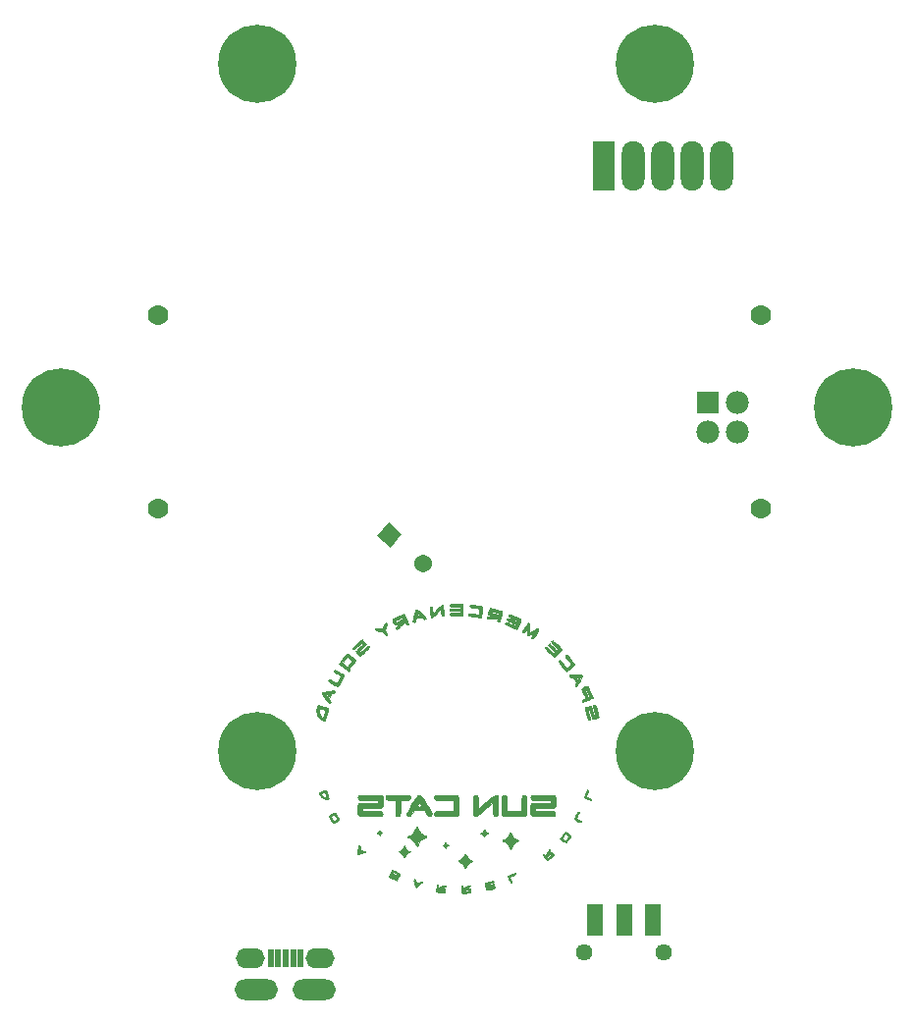
<source format=gbs>
G04 #@! TF.FileFunction,Soldermask,Bot*
%FSLAX46Y46*%
G04 Gerber Fmt 4.6, Leading zero omitted, Abs format (unit mm)*
G04 Created by KiCad (PCBNEW 4.0.2+dfsg1-stable) date Mon 15 Oct 2018 12:38:46 AM EDT*
%MOMM*%
G01*
G04 APERTURE LIST*
%ADD10C,0.100000*%
%ADD11C,0.010000*%
%ADD12C,1.764000*%
%ADD13C,6.740000*%
%ADD14R,1.967200X4.272000*%
%ADD15O,1.967200X4.272000*%
%ADD16C,1.440000*%
%ADD17R,1.440000X2.740000*%
%ADD18C,1.540000*%
%ADD19R,1.967200X1.967200*%
%ADD20O,1.967200X1.967200*%
%ADD21R,0.630000X1.590000*%
%ADD22O,3.740000X1.800000*%
%ADD23O,2.490000X1.740000*%
G04 APERTURE END LIST*
D10*
D11*
G36*
X77306872Y-117438158D02*
X77225745Y-117467122D01*
X77116590Y-117514104D01*
X77057587Y-117541875D01*
X76939332Y-117597590D01*
X76842004Y-117640718D01*
X76780138Y-117664942D01*
X76767389Y-117668000D01*
X76746751Y-117640400D01*
X76738003Y-117573904D01*
X76738000Y-117572750D01*
X76728022Y-117503029D01*
X76690892Y-117478482D01*
X76674500Y-117477500D01*
X76642469Y-117482931D01*
X76623507Y-117507867D01*
X76614291Y-117565273D01*
X76611499Y-117668113D01*
X76611434Y-117723562D01*
X76612637Y-117886218D01*
X76620598Y-117995702D01*
X76642866Y-118062338D01*
X76686989Y-118096451D01*
X76760515Y-118108363D01*
X76870993Y-118108399D01*
X76892516Y-118107994D01*
X77031182Y-118103119D01*
X77163305Y-118094637D01*
X77260653Y-118084366D01*
X77261875Y-118084182D01*
X77344220Y-118066514D01*
X77382926Y-118035035D01*
X77397703Y-117971528D01*
X77399152Y-117957294D01*
X77401136Y-117890250D01*
X77246000Y-117890250D01*
X77240376Y-117922716D01*
X77214731Y-117941766D01*
X77155905Y-117950907D01*
X77050740Y-117953650D01*
X77007875Y-117953750D01*
X76878928Y-117950690D01*
X76803581Y-117940342D01*
X76772174Y-117920955D01*
X76769750Y-117910547D01*
X76800921Y-117877847D01*
X76892991Y-117853431D01*
X76936438Y-117847323D01*
X77079132Y-117831921D01*
X77170267Y-117828110D01*
X77220985Y-117837435D01*
X77242428Y-117861441D01*
X77246000Y-117890250D01*
X77401136Y-117890250D01*
X77402939Y-117829382D01*
X77379793Y-117750302D01*
X77322705Y-117708592D01*
X77237914Y-117693630D01*
X77103125Y-117683875D01*
X77238063Y-117611792D01*
X77330641Y-117549059D01*
X77372093Y-117490207D01*
X77358270Y-117442142D01*
X77345699Y-117432624D01*
X77306872Y-117438158D01*
X77306872Y-117438158D01*
G37*
X77306872Y-117438158D02*
X77225745Y-117467122D01*
X77116590Y-117514104D01*
X77057587Y-117541875D01*
X76939332Y-117597590D01*
X76842004Y-117640718D01*
X76780138Y-117664942D01*
X76767389Y-117668000D01*
X76746751Y-117640400D01*
X76738003Y-117573904D01*
X76738000Y-117572750D01*
X76728022Y-117503029D01*
X76690892Y-117478482D01*
X76674500Y-117477500D01*
X76642469Y-117482931D01*
X76623507Y-117507867D01*
X76614291Y-117565273D01*
X76611499Y-117668113D01*
X76611434Y-117723562D01*
X76612637Y-117886218D01*
X76620598Y-117995702D01*
X76642866Y-118062338D01*
X76686989Y-118096451D01*
X76760515Y-118108363D01*
X76870993Y-118108399D01*
X76892516Y-118107994D01*
X77031182Y-118103119D01*
X77163305Y-118094637D01*
X77260653Y-118084366D01*
X77261875Y-118084182D01*
X77344220Y-118066514D01*
X77382926Y-118035035D01*
X77397703Y-117971528D01*
X77399152Y-117957294D01*
X77401136Y-117890250D01*
X77246000Y-117890250D01*
X77240376Y-117922716D01*
X77214731Y-117941766D01*
X77155905Y-117950907D01*
X77050740Y-117953650D01*
X77007875Y-117953750D01*
X76878928Y-117950690D01*
X76803581Y-117940342D01*
X76772174Y-117920955D01*
X76769750Y-117910547D01*
X76800921Y-117877847D01*
X76892991Y-117853431D01*
X76936438Y-117847323D01*
X77079132Y-117831921D01*
X77170267Y-117828110D01*
X77220985Y-117837435D01*
X77242428Y-117861441D01*
X77246000Y-117890250D01*
X77401136Y-117890250D01*
X77402939Y-117829382D01*
X77379793Y-117750302D01*
X77322705Y-117708592D01*
X77237914Y-117693630D01*
X77103125Y-117683875D01*
X77238063Y-117611792D01*
X77330641Y-117549059D01*
X77372093Y-117490207D01*
X77358270Y-117442142D01*
X77345699Y-117432624D01*
X77306872Y-117438158D01*
G36*
X74554912Y-117389795D02*
X74536832Y-117438334D01*
X74517713Y-117530113D01*
X74499847Y-117646495D01*
X74485523Y-117768840D01*
X74477033Y-117878511D01*
X74476668Y-117956868D01*
X74482063Y-117982495D01*
X74519460Y-117998563D01*
X74604794Y-118017897D01*
X74722832Y-118037328D01*
X74785375Y-118045604D01*
X74957962Y-118065688D01*
X75078034Y-118076656D01*
X75155873Y-118078835D01*
X75201758Y-118072552D01*
X75224584Y-118059583D01*
X75236574Y-118018163D01*
X75244245Y-117935124D01*
X75245514Y-117882084D01*
X75107212Y-117882084D01*
X75103304Y-117889557D01*
X75067056Y-117909449D01*
X74986405Y-117914530D01*
X74853174Y-117905423D01*
X74740524Y-117893074D01*
X74655688Y-117881393D01*
X74615609Y-117872744D01*
X74614766Y-117872185D01*
X74614337Y-117837690D01*
X74623192Y-117808373D01*
X74655183Y-117772795D01*
X74721683Y-117771547D01*
X74742208Y-117775254D01*
X74850781Y-117790301D01*
X74940157Y-117795486D01*
X75039343Y-117807571D01*
X75098646Y-117838523D01*
X75107212Y-117882084D01*
X75245514Y-117882084D01*
X75245750Y-117872237D01*
X75243776Y-117775011D01*
X75230194Y-117722473D01*
X75193516Y-117695812D01*
X75126688Y-117677288D01*
X75007625Y-117648518D01*
X75150500Y-117602696D01*
X75242307Y-117563559D01*
X75289770Y-117522296D01*
X75293375Y-117509250D01*
X75265554Y-117472672D01*
X75181983Y-117465592D01*
X75042499Y-117488017D01*
X74870571Y-117532982D01*
X74638267Y-117600805D01*
X74657670Y-117512461D01*
X74658327Y-117436237D01*
X74631993Y-117382703D01*
X74590744Y-117366275D01*
X74554912Y-117389795D01*
X74554912Y-117389795D01*
G37*
X74554912Y-117389795D02*
X74536832Y-117438334D01*
X74517713Y-117530113D01*
X74499847Y-117646495D01*
X74485523Y-117768840D01*
X74477033Y-117878511D01*
X74476668Y-117956868D01*
X74482063Y-117982495D01*
X74519460Y-117998563D01*
X74604794Y-118017897D01*
X74722832Y-118037328D01*
X74785375Y-118045604D01*
X74957962Y-118065688D01*
X75078034Y-118076656D01*
X75155873Y-118078835D01*
X75201758Y-118072552D01*
X75224584Y-118059583D01*
X75236574Y-118018163D01*
X75244245Y-117935124D01*
X75245514Y-117882084D01*
X75107212Y-117882084D01*
X75103304Y-117889557D01*
X75067056Y-117909449D01*
X74986405Y-117914530D01*
X74853174Y-117905423D01*
X74740524Y-117893074D01*
X74655688Y-117881393D01*
X74615609Y-117872744D01*
X74614766Y-117872185D01*
X74614337Y-117837690D01*
X74623192Y-117808373D01*
X74655183Y-117772795D01*
X74721683Y-117771547D01*
X74742208Y-117775254D01*
X74850781Y-117790301D01*
X74940157Y-117795486D01*
X75039343Y-117807571D01*
X75098646Y-117838523D01*
X75107212Y-117882084D01*
X75245514Y-117882084D01*
X75245750Y-117872237D01*
X75243776Y-117775011D01*
X75230194Y-117722473D01*
X75193516Y-117695812D01*
X75126688Y-117677288D01*
X75007625Y-117648518D01*
X75150500Y-117602696D01*
X75242307Y-117563559D01*
X75289770Y-117522296D01*
X75293375Y-117509250D01*
X75265554Y-117472672D01*
X75181983Y-117465592D01*
X75042499Y-117488017D01*
X74870571Y-117532982D01*
X74638267Y-117600805D01*
X74657670Y-117512461D01*
X74658327Y-117436237D01*
X74631993Y-117382703D01*
X74590744Y-117366275D01*
X74554912Y-117389795D01*
G36*
X79302660Y-117071406D02*
X79194873Y-117092932D01*
X79107958Y-117114297D01*
X78937186Y-117157838D01*
X78818466Y-117189447D01*
X78742340Y-117212951D01*
X78699348Y-117232180D01*
X78680029Y-117250962D01*
X78674925Y-117273126D01*
X78674750Y-117289636D01*
X78683076Y-117366556D01*
X78704587Y-117474011D01*
X78734087Y-117592408D01*
X78766381Y-117702150D01*
X78796272Y-117783645D01*
X78813904Y-117814359D01*
X78850639Y-117826458D01*
X78925224Y-117821396D01*
X79045611Y-117798111D01*
X79182642Y-117765039D01*
X79349179Y-117719326D01*
X79458142Y-117680808D01*
X79514776Y-117647412D01*
X79525713Y-117629577D01*
X79525876Y-117586934D01*
X79499528Y-117565470D01*
X79437315Y-117564436D01*
X79329880Y-117583084D01*
X79229429Y-117605862D01*
X79082719Y-117639811D01*
X78986860Y-117658701D01*
X78931137Y-117663022D01*
X78904834Y-117653260D01*
X78897236Y-117629902D01*
X78897000Y-117620979D01*
X78924336Y-117580705D01*
X78984313Y-117554216D01*
X79181210Y-117507746D01*
X79321564Y-117469242D01*
X79411420Y-117435945D01*
X79456824Y-117405094D01*
X79463820Y-117373931D01*
X79443541Y-117344590D01*
X79408081Y-117328139D01*
X79343007Y-117328831D01*
X79236086Y-117347535D01*
X79159379Y-117364787D01*
X79038033Y-117393943D01*
X78938616Y-117419064D01*
X78879130Y-117435572D01*
X78873188Y-117437593D01*
X78840616Y-117425134D01*
X78833500Y-117390699D01*
X78847204Y-117350340D01*
X78897114Y-117320167D01*
X78996426Y-117292403D01*
X79002730Y-117290982D01*
X79169238Y-117252439D01*
X79283013Y-117221953D01*
X79353680Y-117195594D01*
X79390864Y-117169434D01*
X79404190Y-117139543D01*
X79405000Y-117126757D01*
X79397153Y-117087875D01*
X79366563Y-117069573D01*
X79302660Y-117071406D01*
X79302660Y-117071406D01*
G37*
X79302660Y-117071406D02*
X79194873Y-117092932D01*
X79107958Y-117114297D01*
X78937186Y-117157838D01*
X78818466Y-117189447D01*
X78742340Y-117212951D01*
X78699348Y-117232180D01*
X78680029Y-117250962D01*
X78674925Y-117273126D01*
X78674750Y-117289636D01*
X78683076Y-117366556D01*
X78704587Y-117474011D01*
X78734087Y-117592408D01*
X78766381Y-117702150D01*
X78796272Y-117783645D01*
X78813904Y-117814359D01*
X78850639Y-117826458D01*
X78925224Y-117821396D01*
X79045611Y-117798111D01*
X79182642Y-117765039D01*
X79349179Y-117719326D01*
X79458142Y-117680808D01*
X79514776Y-117647412D01*
X79525713Y-117629577D01*
X79525876Y-117586934D01*
X79499528Y-117565470D01*
X79437315Y-117564436D01*
X79329880Y-117583084D01*
X79229429Y-117605862D01*
X79082719Y-117639811D01*
X78986860Y-117658701D01*
X78931137Y-117663022D01*
X78904834Y-117653260D01*
X78897236Y-117629902D01*
X78897000Y-117620979D01*
X78924336Y-117580705D01*
X78984313Y-117554216D01*
X79181210Y-117507746D01*
X79321564Y-117469242D01*
X79411420Y-117435945D01*
X79456824Y-117405094D01*
X79463820Y-117373931D01*
X79443541Y-117344590D01*
X79408081Y-117328139D01*
X79343007Y-117328831D01*
X79236086Y-117347535D01*
X79159379Y-117364787D01*
X79038033Y-117393943D01*
X78938616Y-117419064D01*
X78879130Y-117435572D01*
X78873188Y-117437593D01*
X78840616Y-117425134D01*
X78833500Y-117390699D01*
X78847204Y-117350340D01*
X78897114Y-117320167D01*
X78996426Y-117292403D01*
X79002730Y-117290982D01*
X79169238Y-117252439D01*
X79283013Y-117221953D01*
X79353680Y-117195594D01*
X79390864Y-117169434D01*
X79404190Y-117139543D01*
X79405000Y-117126757D01*
X79397153Y-117087875D01*
X79366563Y-117069573D01*
X79302660Y-117071406D01*
G36*
X72550232Y-116931203D02*
X72537399Y-117002816D01*
X72538194Y-117018356D01*
X72553688Y-117124665D01*
X72582941Y-117249663D01*
X72620821Y-117377864D01*
X72662194Y-117493779D01*
X72701926Y-117581921D01*
X72734885Y-117626803D01*
X72740705Y-117629331D01*
X72784183Y-117612763D01*
X72860988Y-117560010D01*
X72959454Y-117479695D01*
X73034392Y-117412280D01*
X73113422Y-117336375D01*
X72889496Y-117336375D01*
X72858150Y-117375900D01*
X72806109Y-117410706D01*
X72773188Y-117402378D01*
X72769250Y-117384846D01*
X72758777Y-117330963D01*
X72751533Y-117309522D01*
X72752853Y-117277910D01*
X72800743Y-117276360D01*
X72815033Y-117278876D01*
X72882111Y-117301264D01*
X72889496Y-117336375D01*
X73113422Y-117336375D01*
X73134860Y-117315785D01*
X73215075Y-117233664D01*
X73265238Y-117176263D01*
X73277250Y-117155867D01*
X73254014Y-117115533D01*
X73198162Y-117109404D01*
X73130487Y-117137327D01*
X73105697Y-117157114D01*
X73056848Y-117196889D01*
X73009192Y-117210197D01*
X72938632Y-117200001D01*
X72879434Y-117184944D01*
X72782071Y-117152856D01*
X72725179Y-117111221D01*
X72686304Y-117041986D01*
X72678920Y-117023760D01*
X72632718Y-116942125D01*
X72585913Y-116911122D01*
X72550232Y-116931203D01*
X72550232Y-116931203D01*
G37*
X72550232Y-116931203D02*
X72537399Y-117002816D01*
X72538194Y-117018356D01*
X72553688Y-117124665D01*
X72582941Y-117249663D01*
X72620821Y-117377864D01*
X72662194Y-117493779D01*
X72701926Y-117581921D01*
X72734885Y-117626803D01*
X72740705Y-117629331D01*
X72784183Y-117612763D01*
X72860988Y-117560010D01*
X72959454Y-117479695D01*
X73034392Y-117412280D01*
X73113422Y-117336375D01*
X72889496Y-117336375D01*
X72858150Y-117375900D01*
X72806109Y-117410706D01*
X72773188Y-117402378D01*
X72769250Y-117384846D01*
X72758777Y-117330963D01*
X72751533Y-117309522D01*
X72752853Y-117277910D01*
X72800743Y-117276360D01*
X72815033Y-117278876D01*
X72882111Y-117301264D01*
X72889496Y-117336375D01*
X73113422Y-117336375D01*
X73134860Y-117315785D01*
X73215075Y-117233664D01*
X73265238Y-117176263D01*
X73277250Y-117155867D01*
X73254014Y-117115533D01*
X73198162Y-117109404D01*
X73130487Y-117137327D01*
X73105697Y-117157114D01*
X73056848Y-117196889D01*
X73009192Y-117210197D01*
X72938632Y-117200001D01*
X72879434Y-117184944D01*
X72782071Y-117152856D01*
X72725179Y-117111221D01*
X72686304Y-117041986D01*
X72678920Y-117023760D01*
X72632718Y-116942125D01*
X72585913Y-116911122D01*
X72550232Y-116931203D01*
G36*
X81235284Y-116378567D02*
X81144901Y-116410901D01*
X81029978Y-116456322D01*
X80906995Y-116507903D01*
X80792433Y-116558716D01*
X80702771Y-116601830D01*
X80654490Y-116630320D01*
X80652771Y-116631895D01*
X80656248Y-116667551D01*
X80681917Y-116746884D01*
X80724986Y-116856090D01*
X80753375Y-116921688D01*
X80818817Y-117059841D01*
X80869686Y-117145322D01*
X80911104Y-117185829D01*
X80933105Y-117191750D01*
X80982320Y-117172099D01*
X80992500Y-117147277D01*
X80979756Y-117095763D01*
X80946819Y-117008860D01*
X80913436Y-116932965D01*
X80870649Y-116835432D01*
X80841811Y-116758946D01*
X80834061Y-116727271D01*
X80861317Y-116699812D01*
X80934354Y-116657240D01*
X81039619Y-116607074D01*
X81087750Y-116586549D01*
X81222465Y-116526626D01*
X81303634Y-116479055D01*
X81338840Y-116438984D01*
X81341750Y-116423965D01*
X81316508Y-116374705D01*
X81284647Y-116366250D01*
X81235284Y-116378567D01*
X81235284Y-116378567D01*
G37*
X81235284Y-116378567D02*
X81144901Y-116410901D01*
X81029978Y-116456322D01*
X80906995Y-116507903D01*
X80792433Y-116558716D01*
X80702771Y-116601830D01*
X80654490Y-116630320D01*
X80652771Y-116631895D01*
X80656248Y-116667551D01*
X80681917Y-116746884D01*
X80724986Y-116856090D01*
X80753375Y-116921688D01*
X80818817Y-117059841D01*
X80869686Y-117145322D01*
X80911104Y-117185829D01*
X80933105Y-117191750D01*
X80982320Y-117172099D01*
X80992500Y-117147277D01*
X80979756Y-117095763D01*
X80946819Y-117008860D01*
X80913436Y-116932965D01*
X80870649Y-116835432D01*
X80841811Y-116758946D01*
X80834061Y-116727271D01*
X80861317Y-116699812D01*
X80934354Y-116657240D01*
X81039619Y-116607074D01*
X81087750Y-116586549D01*
X81222465Y-116526626D01*
X81303634Y-116479055D01*
X81338840Y-116438984D01*
X81341750Y-116423965D01*
X81316508Y-116374705D01*
X81284647Y-116366250D01*
X81235284Y-116378567D01*
G36*
X70666976Y-116113595D02*
X70649962Y-116146658D01*
X70611832Y-116223754D01*
X70559064Y-116331727D01*
X70523102Y-116405798D01*
X70388601Y-116683472D01*
X70705224Y-116842361D01*
X70835350Y-116906316D01*
X70945544Y-116957966D01*
X71022961Y-116991450D01*
X71053358Y-117001250D01*
X71088038Y-116975821D01*
X71129934Y-116913963D01*
X71133310Y-116907576D01*
X71167694Y-116821736D01*
X71180811Y-116753695D01*
X71052027Y-116753695D01*
X71036740Y-116786314D01*
X71033584Y-116789583D01*
X71014873Y-116803897D01*
X70989009Y-116804868D01*
X70942764Y-116788171D01*
X70862907Y-116749479D01*
X70778041Y-116706021D01*
X70672551Y-116647895D01*
X70617356Y-116605978D01*
X70603881Y-116572681D01*
X70609934Y-116557172D01*
X70633290Y-116536388D01*
X70673953Y-116537678D01*
X70745035Y-116564101D01*
X70846956Y-116612439D01*
X70964490Y-116673738D01*
X71030395Y-116718496D01*
X71052027Y-116753695D01*
X71180811Y-116753695D01*
X71181750Y-116748826D01*
X71194427Y-116696378D01*
X71212685Y-116683750D01*
X71245757Y-116658082D01*
X71287375Y-116597161D01*
X71315428Y-116541332D01*
X71150000Y-116541332D01*
X71141147Y-116575487D01*
X71108069Y-116584526D01*
X71040988Y-116567065D01*
X70930126Y-116521717D01*
X70892033Y-116504789D01*
X70770904Y-116440601D01*
X70711573Y-116384691D01*
X70714446Y-116337541D01*
X70735989Y-116319404D01*
X70781668Y-116321820D01*
X70860862Y-116350848D01*
X70955415Y-116396756D01*
X71047172Y-116449812D01*
X71117979Y-116500285D01*
X71149680Y-116538443D01*
X71150000Y-116541332D01*
X71315428Y-116541332D01*
X71323579Y-116525111D01*
X71340409Y-116466056D01*
X71340500Y-116462886D01*
X71314457Y-116438440D01*
X71245244Y-116394583D01*
X71146234Y-116338251D01*
X71030801Y-116276380D01*
X70912319Y-116215906D01*
X70804162Y-116163763D01*
X70719704Y-116126888D01*
X70672318Y-116112217D01*
X70666976Y-116113595D01*
X70666976Y-116113595D01*
G37*
X70666976Y-116113595D02*
X70649962Y-116146658D01*
X70611832Y-116223754D01*
X70559064Y-116331727D01*
X70523102Y-116405798D01*
X70388601Y-116683472D01*
X70705224Y-116842361D01*
X70835350Y-116906316D01*
X70945544Y-116957966D01*
X71022961Y-116991450D01*
X71053358Y-117001250D01*
X71088038Y-116975821D01*
X71129934Y-116913963D01*
X71133310Y-116907576D01*
X71167694Y-116821736D01*
X71180811Y-116753695D01*
X71052027Y-116753695D01*
X71036740Y-116786314D01*
X71033584Y-116789583D01*
X71014873Y-116803897D01*
X70989009Y-116804868D01*
X70942764Y-116788171D01*
X70862907Y-116749479D01*
X70778041Y-116706021D01*
X70672551Y-116647895D01*
X70617356Y-116605978D01*
X70603881Y-116572681D01*
X70609934Y-116557172D01*
X70633290Y-116536388D01*
X70673953Y-116537678D01*
X70745035Y-116564101D01*
X70846956Y-116612439D01*
X70964490Y-116673738D01*
X71030395Y-116718496D01*
X71052027Y-116753695D01*
X71180811Y-116753695D01*
X71181750Y-116748826D01*
X71194427Y-116696378D01*
X71212685Y-116683750D01*
X71245757Y-116658082D01*
X71287375Y-116597161D01*
X71315428Y-116541332D01*
X71150000Y-116541332D01*
X71141147Y-116575487D01*
X71108069Y-116584526D01*
X71040988Y-116567065D01*
X70930126Y-116521717D01*
X70892033Y-116504789D01*
X70770904Y-116440601D01*
X70711573Y-116384691D01*
X70714446Y-116337541D01*
X70735989Y-116319404D01*
X70781668Y-116321820D01*
X70860862Y-116350848D01*
X70955415Y-116396756D01*
X71047172Y-116449812D01*
X71117979Y-116500285D01*
X71149680Y-116538443D01*
X71150000Y-116541332D01*
X71315428Y-116541332D01*
X71323579Y-116525111D01*
X71340409Y-116466056D01*
X71340500Y-116462886D01*
X71314457Y-116438440D01*
X71245244Y-116394583D01*
X71146234Y-116338251D01*
X71030801Y-116276380D01*
X70912319Y-116215906D01*
X70804162Y-116163763D01*
X70719704Y-116126888D01*
X70672318Y-116112217D01*
X70666976Y-116113595D01*
G36*
X76934646Y-114742341D02*
X76902783Y-114809536D01*
X76895381Y-114830524D01*
X76826085Y-114965024D01*
X76715814Y-115098198D01*
X76584033Y-115209249D01*
X76491938Y-115261572D01*
X76412037Y-115301849D01*
X76363638Y-115335524D01*
X76357000Y-115346076D01*
X76383489Y-115371624D01*
X76451709Y-115411392D01*
X76515464Y-115442297D01*
X76674091Y-115541662D01*
X76805416Y-115677111D01*
X76892393Y-115830550D01*
X76899088Y-115849457D01*
X76939780Y-115928999D01*
X76983943Y-115948807D01*
X77022929Y-115908564D01*
X77040409Y-115854681D01*
X77087915Y-115747344D01*
X77176611Y-115631721D01*
X77289831Y-115525698D01*
X77410908Y-115447164D01*
X77427248Y-115439509D01*
X77511296Y-115397929D01*
X77568098Y-115361936D01*
X77578811Y-115351163D01*
X77562809Y-115323442D01*
X77502475Y-115283347D01*
X77445188Y-115255115D01*
X77272284Y-115156912D01*
X77146589Y-115030649D01*
X77056922Y-114870267D01*
X77014726Y-114783554D01*
X76977960Y-114727294D01*
X76961830Y-114715250D01*
X76934646Y-114742341D01*
X76934646Y-114742341D01*
G37*
X76934646Y-114742341D02*
X76902783Y-114809536D01*
X76895381Y-114830524D01*
X76826085Y-114965024D01*
X76715814Y-115098198D01*
X76584033Y-115209249D01*
X76491938Y-115261572D01*
X76412037Y-115301849D01*
X76363638Y-115335524D01*
X76357000Y-115346076D01*
X76383489Y-115371624D01*
X76451709Y-115411392D01*
X76515464Y-115442297D01*
X76674091Y-115541662D01*
X76805416Y-115677111D01*
X76892393Y-115830550D01*
X76899088Y-115849457D01*
X76939780Y-115928999D01*
X76983943Y-115948807D01*
X77022929Y-115908564D01*
X77040409Y-115854681D01*
X77087915Y-115747344D01*
X77176611Y-115631721D01*
X77289831Y-115525698D01*
X77410908Y-115447164D01*
X77427248Y-115439509D01*
X77511296Y-115397929D01*
X77568098Y-115361936D01*
X77578811Y-115351163D01*
X77562809Y-115323442D01*
X77502475Y-115283347D01*
X77445188Y-115255115D01*
X77272284Y-115156912D01*
X77146589Y-115030649D01*
X77056922Y-114870267D01*
X77014726Y-114783554D01*
X76977960Y-114727294D01*
X76961830Y-114715250D01*
X76934646Y-114742341D01*
G36*
X84192195Y-114364797D02*
X84152496Y-114411221D01*
X84101127Y-114499562D01*
X84031479Y-114637708D01*
X84025909Y-114649117D01*
X83901079Y-114905149D01*
X83829530Y-114837932D01*
X83763818Y-114795600D01*
X83707498Y-114788525D01*
X83676930Y-114813523D01*
X83687462Y-114865591D01*
X83730407Y-114927996D01*
X83798659Y-115010947D01*
X83879790Y-115101238D01*
X83961378Y-115185660D01*
X84030996Y-115251006D01*
X84076219Y-115284068D01*
X84082728Y-115285745D01*
X84121002Y-115265398D01*
X84194144Y-115211412D01*
X84290161Y-115132997D01*
X84358000Y-115074313D01*
X84460211Y-114980534D01*
X84542829Y-114898215D01*
X84594887Y-114838648D01*
X84607038Y-114817961D01*
X84595541Y-114780743D01*
X84432423Y-114780743D01*
X84420298Y-114815991D01*
X84371363Y-114870699D01*
X84290611Y-114944893D01*
X84170349Y-115040674D01*
X84084850Y-115083458D01*
X84033977Y-115073298D01*
X84021547Y-115048625D01*
X84039979Y-115014096D01*
X84096331Y-114952416D01*
X84178969Y-114876140D01*
X84190514Y-114866250D01*
X84286595Y-114788299D01*
X84349292Y-114748843D01*
X84390559Y-114741915D01*
X84414584Y-114754435D01*
X84432423Y-114780743D01*
X84595541Y-114780743D01*
X84592324Y-114770331D01*
X84544586Y-114701784D01*
X84480505Y-114630920D01*
X84416760Y-114576341D01*
X84372568Y-114556500D01*
X84325736Y-114578052D01*
X84278625Y-114620000D01*
X84220390Y-114674291D01*
X84194249Y-114675602D01*
X84201453Y-114626456D01*
X84238545Y-114538968D01*
X84278092Y-114450291D01*
X84288120Y-114400012D01*
X84270970Y-114371599D01*
X84263009Y-114366159D01*
X84226830Y-114352405D01*
X84192195Y-114364797D01*
X84192195Y-114364797D01*
G37*
X84192195Y-114364797D02*
X84152496Y-114411221D01*
X84101127Y-114499562D01*
X84031479Y-114637708D01*
X84025909Y-114649117D01*
X83901079Y-114905149D01*
X83829530Y-114837932D01*
X83763818Y-114795600D01*
X83707498Y-114788525D01*
X83676930Y-114813523D01*
X83687462Y-114865591D01*
X83730407Y-114927996D01*
X83798659Y-115010947D01*
X83879790Y-115101238D01*
X83961378Y-115185660D01*
X84030996Y-115251006D01*
X84076219Y-115284068D01*
X84082728Y-115285745D01*
X84121002Y-115265398D01*
X84194144Y-115211412D01*
X84290161Y-115132997D01*
X84358000Y-115074313D01*
X84460211Y-114980534D01*
X84542829Y-114898215D01*
X84594887Y-114838648D01*
X84607038Y-114817961D01*
X84595541Y-114780743D01*
X84432423Y-114780743D01*
X84420298Y-114815991D01*
X84371363Y-114870699D01*
X84290611Y-114944893D01*
X84170349Y-115040674D01*
X84084850Y-115083458D01*
X84033977Y-115073298D01*
X84021547Y-115048625D01*
X84039979Y-115014096D01*
X84096331Y-114952416D01*
X84178969Y-114876140D01*
X84190514Y-114866250D01*
X84286595Y-114788299D01*
X84349292Y-114748843D01*
X84390559Y-114741915D01*
X84414584Y-114754435D01*
X84432423Y-114780743D01*
X84595541Y-114780743D01*
X84592324Y-114770331D01*
X84544586Y-114701784D01*
X84480505Y-114630920D01*
X84416760Y-114576341D01*
X84372568Y-114556500D01*
X84325736Y-114578052D01*
X84278625Y-114620000D01*
X84220390Y-114674291D01*
X84194249Y-114675602D01*
X84201453Y-114626456D01*
X84238545Y-114538968D01*
X84278092Y-114450291D01*
X84288120Y-114400012D01*
X84270970Y-114371599D01*
X84263009Y-114366159D01*
X84226830Y-114352405D01*
X84192195Y-114364797D01*
G36*
X71690006Y-114040170D02*
X71660123Y-114091876D01*
X71635161Y-114146875D01*
X71555890Y-114278327D01*
X71449908Y-114390097D01*
X71335131Y-114464843D01*
X71290428Y-114480576D01*
X71226094Y-114508401D01*
X71224702Y-114543498D01*
X71286162Y-114585455D01*
X71316688Y-114599253D01*
X71409852Y-114652421D01*
X71501698Y-114724994D01*
X71511633Y-114734617D01*
X71584585Y-114823085D01*
X71642051Y-114918517D01*
X71646997Y-114929562D01*
X71690025Y-115009055D01*
X71727645Y-115025600D01*
X71763304Y-114979129D01*
X71783272Y-114926862D01*
X71859433Y-114792311D01*
X71991477Y-114670891D01*
X72116891Y-114595760D01*
X72242407Y-114532624D01*
X72104499Y-114462269D01*
X72006033Y-114401155D01*
X71910911Y-114324341D01*
X71833970Y-114245927D01*
X71790045Y-114180012D01*
X71785000Y-114158617D01*
X71767708Y-114107506D01*
X71741454Y-114064582D01*
X71713470Y-114033895D01*
X71690006Y-114040170D01*
X71690006Y-114040170D01*
G37*
X71690006Y-114040170D02*
X71660123Y-114091876D01*
X71635161Y-114146875D01*
X71555890Y-114278327D01*
X71449908Y-114390097D01*
X71335131Y-114464843D01*
X71290428Y-114480576D01*
X71226094Y-114508401D01*
X71224702Y-114543498D01*
X71286162Y-114585455D01*
X71316688Y-114599253D01*
X71409852Y-114652421D01*
X71501698Y-114724994D01*
X71511633Y-114734617D01*
X71584585Y-114823085D01*
X71642051Y-114918517D01*
X71646997Y-114929562D01*
X71690025Y-115009055D01*
X71727645Y-115025600D01*
X71763304Y-114979129D01*
X71783272Y-114926862D01*
X71859433Y-114792311D01*
X71991477Y-114670891D01*
X72116891Y-114595760D01*
X72242407Y-114532624D01*
X72104499Y-114462269D01*
X72006033Y-114401155D01*
X71910911Y-114324341D01*
X71833970Y-114245927D01*
X71790045Y-114180012D01*
X71785000Y-114158617D01*
X71767708Y-114107506D01*
X71741454Y-114064582D01*
X71713470Y-114033895D01*
X71690006Y-114040170D01*
G36*
X67794729Y-114027687D02*
X67776169Y-114069984D01*
X67750622Y-114157952D01*
X67721751Y-114274755D01*
X67693218Y-114403554D01*
X67668683Y-114527512D01*
X67651807Y-114629791D01*
X67646253Y-114693552D01*
X67647713Y-114703789D01*
X67671281Y-114731845D01*
X67719707Y-114741722D01*
X67801989Y-114732524D01*
X67927124Y-114703356D01*
X68078188Y-114660941D01*
X68213377Y-114619077D01*
X68297496Y-114585892D01*
X68341341Y-114555769D01*
X68355711Y-114523087D01*
X68355989Y-114516632D01*
X67967003Y-114516632D01*
X67949698Y-114547107D01*
X67905393Y-114561989D01*
X67842370Y-114552876D01*
X67821623Y-114514086D01*
X67822144Y-114455189D01*
X67831083Y-114435834D01*
X67870257Y-114434092D01*
X67923564Y-114463582D01*
X67963253Y-114507808D01*
X67967003Y-114516632D01*
X68355989Y-114516632D01*
X68356000Y-114516398D01*
X68348063Y-114476359D01*
X68312684Y-114463963D01*
X68235440Y-114472412D01*
X68152236Y-114478156D01*
X68084338Y-114457136D01*
X68003753Y-114400037D01*
X67994057Y-114392097D01*
X67921752Y-114327403D01*
X67889755Y-114275576D01*
X67886963Y-114212213D01*
X67892870Y-114169699D01*
X67899858Y-114082962D01*
X67882027Y-114039022D01*
X67863010Y-114027899D01*
X67810146Y-114020967D01*
X67794729Y-114027687D01*
X67794729Y-114027687D01*
G37*
X67794729Y-114027687D02*
X67776169Y-114069984D01*
X67750622Y-114157952D01*
X67721751Y-114274755D01*
X67693218Y-114403554D01*
X67668683Y-114527512D01*
X67651807Y-114629791D01*
X67646253Y-114693552D01*
X67647713Y-114703789D01*
X67671281Y-114731845D01*
X67719707Y-114741722D01*
X67801989Y-114732524D01*
X67927124Y-114703356D01*
X68078188Y-114660941D01*
X68213377Y-114619077D01*
X68297496Y-114585892D01*
X68341341Y-114555769D01*
X68355711Y-114523087D01*
X68355989Y-114516632D01*
X67967003Y-114516632D01*
X67949698Y-114547107D01*
X67905393Y-114561989D01*
X67842370Y-114552876D01*
X67821623Y-114514086D01*
X67822144Y-114455189D01*
X67831083Y-114435834D01*
X67870257Y-114434092D01*
X67923564Y-114463582D01*
X67963253Y-114507808D01*
X67967003Y-114516632D01*
X68355989Y-114516632D01*
X68356000Y-114516398D01*
X68348063Y-114476359D01*
X68312684Y-114463963D01*
X68235440Y-114472412D01*
X68152236Y-114478156D01*
X68084338Y-114457136D01*
X68003753Y-114400037D01*
X67994057Y-114392097D01*
X67921752Y-114327403D01*
X67889755Y-114275576D01*
X67886963Y-114212213D01*
X67892870Y-114169699D01*
X67899858Y-114082962D01*
X67882027Y-114039022D01*
X67863010Y-114027899D01*
X67810146Y-114020967D01*
X67794729Y-114027687D01*
G36*
X80820544Y-112918694D02*
X80789240Y-112997759D01*
X80734594Y-113109628D01*
X80639213Y-113232683D01*
X80519327Y-113350054D01*
X80391167Y-113444872D01*
X80324711Y-113480542D01*
X80237291Y-113526150D01*
X80180021Y-113567724D01*
X80167000Y-113587942D01*
X80194047Y-113618393D01*
X80264212Y-113660578D01*
X80341818Y-113696522D01*
X80527125Y-113806444D01*
X80679316Y-113964006D01*
X80786815Y-114157117D01*
X80789638Y-114164404D01*
X80826428Y-114246133D01*
X80859485Y-114295674D01*
X80870942Y-114302500D01*
X80898506Y-114275793D01*
X80938010Y-114207400D01*
X80963788Y-114151687D01*
X81079049Y-113958061D01*
X81241301Y-113794850D01*
X81429063Y-113679891D01*
X81519082Y-113635144D01*
X81579606Y-113597027D01*
X81595750Y-113578492D01*
X81568819Y-113553281D01*
X81498991Y-113514793D01*
X81422647Y-113480437D01*
X81235240Y-113369981D01*
X81077056Y-113211214D01*
X80961021Y-113017198D01*
X80958524Y-113011430D01*
X80907296Y-112917268D01*
X80861354Y-112886360D01*
X80820544Y-112918694D01*
X80820544Y-112918694D01*
G37*
X80820544Y-112918694D02*
X80789240Y-112997759D01*
X80734594Y-113109628D01*
X80639213Y-113232683D01*
X80519327Y-113350054D01*
X80391167Y-113444872D01*
X80324711Y-113480542D01*
X80237291Y-113526150D01*
X80180021Y-113567724D01*
X80167000Y-113587942D01*
X80194047Y-113618393D01*
X80264212Y-113660578D01*
X80341818Y-113696522D01*
X80527125Y-113806444D01*
X80679316Y-113964006D01*
X80786815Y-114157117D01*
X80789638Y-114164404D01*
X80826428Y-114246133D01*
X80859485Y-114295674D01*
X80870942Y-114302500D01*
X80898506Y-114275793D01*
X80938010Y-114207400D01*
X80963788Y-114151687D01*
X81079049Y-113958061D01*
X81241301Y-113794850D01*
X81429063Y-113679891D01*
X81519082Y-113635144D01*
X81579606Y-113597027D01*
X81595750Y-113578492D01*
X81568819Y-113553281D01*
X81498991Y-113514793D01*
X81422647Y-113480437D01*
X81235240Y-113369981D01*
X81077056Y-113211214D01*
X80961021Y-113017198D01*
X80958524Y-113011430D01*
X80907296Y-112917268D01*
X80861354Y-112886360D01*
X80820544Y-112918694D01*
G36*
X75248406Y-113756286D02*
X75245750Y-113773090D01*
X75222240Y-113825710D01*
X75167068Y-113888098D01*
X75103271Y-113937772D01*
X75061142Y-113953250D01*
X75025746Y-113974224D01*
X75023500Y-113985000D01*
X75048787Y-114014094D01*
X75065591Y-114016750D01*
X75118211Y-114040260D01*
X75180599Y-114095432D01*
X75230273Y-114159229D01*
X75245750Y-114201358D01*
X75266725Y-114236754D01*
X75277500Y-114239000D01*
X75306595Y-114213713D01*
X75309250Y-114196909D01*
X75332761Y-114144289D01*
X75387933Y-114081901D01*
X75451730Y-114032227D01*
X75493859Y-114016750D01*
X75529255Y-113995775D01*
X75531500Y-113985000D01*
X75506214Y-113955905D01*
X75489410Y-113953250D01*
X75436790Y-113929739D01*
X75374402Y-113874567D01*
X75324728Y-113810770D01*
X75309250Y-113768641D01*
X75288276Y-113733245D01*
X75277500Y-113731000D01*
X75248406Y-113756286D01*
X75248406Y-113756286D01*
G37*
X75248406Y-113756286D02*
X75245750Y-113773090D01*
X75222240Y-113825710D01*
X75167068Y-113888098D01*
X75103271Y-113937772D01*
X75061142Y-113953250D01*
X75025746Y-113974224D01*
X75023500Y-113985000D01*
X75048787Y-114014094D01*
X75065591Y-114016750D01*
X75118211Y-114040260D01*
X75180599Y-114095432D01*
X75230273Y-114159229D01*
X75245750Y-114201358D01*
X75266725Y-114236754D01*
X75277500Y-114239000D01*
X75306595Y-114213713D01*
X75309250Y-114196909D01*
X75332761Y-114144289D01*
X75387933Y-114081901D01*
X75451730Y-114032227D01*
X75493859Y-114016750D01*
X75529255Y-113995775D01*
X75531500Y-113985000D01*
X75506214Y-113955905D01*
X75489410Y-113953250D01*
X75436790Y-113929739D01*
X75374402Y-113874567D01*
X75324728Y-113810770D01*
X75309250Y-113768641D01*
X75288276Y-113733245D01*
X75277500Y-113731000D01*
X75248406Y-113756286D01*
G36*
X72780306Y-112424442D02*
X72743251Y-112494624D01*
X72705338Y-112579891D01*
X72612256Y-112747873D01*
X72482810Y-112906026D01*
X72334470Y-113035645D01*
X72213625Y-113106363D01*
X72081211Y-113169463D01*
X72007900Y-113219017D01*
X71992327Y-113260855D01*
X72033123Y-113300802D01*
X72128920Y-113344687D01*
X72155332Y-113354739D01*
X72360771Y-113464812D01*
X72536621Y-113629127D01*
X72678706Y-113843732D01*
X72684938Y-113855888D01*
X72739921Y-113957681D01*
X72787769Y-114034226D01*
X72818788Y-114070135D01*
X72820321Y-114070815D01*
X72848476Y-114049842D01*
X72888740Y-113984568D01*
X72923197Y-113910443D01*
X73044372Y-113689890D01*
X73208307Y-113514773D01*
X73420556Y-113379171D01*
X73422637Y-113378144D01*
X73525649Y-113325341D01*
X73604086Y-113281221D01*
X73642269Y-113254651D01*
X73643204Y-113253408D01*
X73634090Y-113214744D01*
X73566191Y-113170748D01*
X73452347Y-113126961D01*
X73342652Y-113070433D01*
X73219358Y-112974763D01*
X73099139Y-112856625D01*
X72998672Y-112732695D01*
X72934632Y-112619648D01*
X72928789Y-112603403D01*
X72880260Y-112480364D01*
X72832474Y-112411053D01*
X72802955Y-112397500D01*
X72780306Y-112424442D01*
X72780306Y-112424442D01*
G37*
X72780306Y-112424442D02*
X72743251Y-112494624D01*
X72705338Y-112579891D01*
X72612256Y-112747873D01*
X72482810Y-112906026D01*
X72334470Y-113035645D01*
X72213625Y-113106363D01*
X72081211Y-113169463D01*
X72007900Y-113219017D01*
X71992327Y-113260855D01*
X72033123Y-113300802D01*
X72128920Y-113344687D01*
X72155332Y-113354739D01*
X72360771Y-113464812D01*
X72536621Y-113629127D01*
X72678706Y-113843732D01*
X72684938Y-113855888D01*
X72739921Y-113957681D01*
X72787769Y-114034226D01*
X72818788Y-114070135D01*
X72820321Y-114070815D01*
X72848476Y-114049842D01*
X72888740Y-113984568D01*
X72923197Y-113910443D01*
X73044372Y-113689890D01*
X73208307Y-113514773D01*
X73420556Y-113379171D01*
X73422637Y-113378144D01*
X73525649Y-113325341D01*
X73604086Y-113281221D01*
X73642269Y-113254651D01*
X73643204Y-113253408D01*
X73634090Y-113214744D01*
X73566191Y-113170748D01*
X73452347Y-113126961D01*
X73342652Y-113070433D01*
X73219358Y-112974763D01*
X73099139Y-112856625D01*
X72998672Y-112732695D01*
X72934632Y-112619648D01*
X72928789Y-112603403D01*
X72880260Y-112480364D01*
X72832474Y-112411053D01*
X72802955Y-112397500D01*
X72780306Y-112424442D01*
G36*
X85590249Y-112865458D02*
X85530113Y-112926346D01*
X85451783Y-113012739D01*
X85365693Y-113112360D01*
X85282278Y-113212930D01*
X85211972Y-113302169D01*
X85165209Y-113367799D01*
X85151750Y-113395440D01*
X85175580Y-113425651D01*
X85237688Y-113481075D01*
X85323998Y-113550985D01*
X85420438Y-113624657D01*
X85512932Y-113691363D01*
X85587407Y-113740378D01*
X85629790Y-113760975D01*
X85631512Y-113761070D01*
X85669249Y-113736824D01*
X85734449Y-113673061D01*
X85816276Y-113580912D01*
X85866125Y-113520052D01*
X85951105Y-113412107D01*
X86021947Y-113319937D01*
X86068557Y-113256783D01*
X86080146Y-113239322D01*
X86076111Y-113228304D01*
X85913796Y-113228304D01*
X85766806Y-113415399D01*
X85619815Y-113602495D01*
X85536595Y-113540240D01*
X85457035Y-113480079D01*
X85393221Y-113430947D01*
X85366558Y-113406412D01*
X85357621Y-113379419D01*
X85371353Y-113340409D01*
X85412699Y-113279824D01*
X85486600Y-113188106D01*
X85570386Y-113088374D01*
X85643875Y-113001374D01*
X85778836Y-113114839D01*
X85913796Y-113228304D01*
X86076111Y-113228304D01*
X86067165Y-113203877D01*
X86015347Y-113142751D01*
X85937579Y-113067105D01*
X85846746Y-112988097D01*
X85755734Y-112916886D01*
X85677428Y-112864631D01*
X85624714Y-112842490D01*
X85621757Y-112842355D01*
X85590249Y-112865458D01*
X85590249Y-112865458D01*
G37*
X85590249Y-112865458D02*
X85530113Y-112926346D01*
X85451783Y-113012739D01*
X85365693Y-113112360D01*
X85282278Y-113212930D01*
X85211972Y-113302169D01*
X85165209Y-113367799D01*
X85151750Y-113395440D01*
X85175580Y-113425651D01*
X85237688Y-113481075D01*
X85323998Y-113550985D01*
X85420438Y-113624657D01*
X85512932Y-113691363D01*
X85587407Y-113740378D01*
X85629790Y-113760975D01*
X85631512Y-113761070D01*
X85669249Y-113736824D01*
X85734449Y-113673061D01*
X85816276Y-113580912D01*
X85866125Y-113520052D01*
X85951105Y-113412107D01*
X86021947Y-113319937D01*
X86068557Y-113256783D01*
X86080146Y-113239322D01*
X86076111Y-113228304D01*
X85913796Y-113228304D01*
X85766806Y-113415399D01*
X85619815Y-113602495D01*
X85536595Y-113540240D01*
X85457035Y-113480079D01*
X85393221Y-113430947D01*
X85366558Y-113406412D01*
X85357621Y-113379419D01*
X85371353Y-113340409D01*
X85412699Y-113279824D01*
X85486600Y-113188106D01*
X85570386Y-113088374D01*
X85643875Y-113001374D01*
X85778836Y-113114839D01*
X85913796Y-113228304D01*
X86076111Y-113228304D01*
X86067165Y-113203877D01*
X86015347Y-113142751D01*
X85937579Y-113067105D01*
X85846746Y-112988097D01*
X85755734Y-112916886D01*
X85677428Y-112864631D01*
X85624714Y-112842490D01*
X85621757Y-112842355D01*
X85590249Y-112865458D01*
G36*
X78586609Y-112644790D02*
X78547106Y-112705141D01*
X78541117Y-112715502D01*
X78476680Y-112795438D01*
X78388665Y-112868260D01*
X78373616Y-112877667D01*
X78260375Y-112944481D01*
X78364210Y-112996428D01*
X78453894Y-113060919D01*
X78528925Y-113145981D01*
X78531710Y-113150339D01*
X78576564Y-113216378D01*
X78607518Y-113251593D01*
X78611250Y-113253326D01*
X78635838Y-113229402D01*
X78675358Y-113169401D01*
X78681750Y-113158361D01*
X78750261Y-113072795D01*
X78832362Y-113007749D01*
X78896410Y-112967224D01*
X78927728Y-112939408D01*
X78928349Y-112937250D01*
X78903702Y-112912631D01*
X78843277Y-112873065D01*
X78832362Y-112866750D01*
X78746796Y-112798239D01*
X78681750Y-112716138D01*
X78641225Y-112652090D01*
X78613409Y-112620772D01*
X78611250Y-112620151D01*
X78586609Y-112644790D01*
X78586609Y-112644790D01*
G37*
X78586609Y-112644790D02*
X78547106Y-112705141D01*
X78541117Y-112715502D01*
X78476680Y-112795438D01*
X78388665Y-112868260D01*
X78373616Y-112877667D01*
X78260375Y-112944481D01*
X78364210Y-112996428D01*
X78453894Y-113060919D01*
X78528925Y-113145981D01*
X78531710Y-113150339D01*
X78576564Y-113216378D01*
X78607518Y-113251593D01*
X78611250Y-113253326D01*
X78635838Y-113229402D01*
X78675358Y-113169401D01*
X78681750Y-113158361D01*
X78750261Y-113072795D01*
X78832362Y-113007749D01*
X78896410Y-112967224D01*
X78927728Y-112939408D01*
X78928349Y-112937250D01*
X78903702Y-112912631D01*
X78843277Y-112873065D01*
X78832362Y-112866750D01*
X78746796Y-112798239D01*
X78681750Y-112716138D01*
X78641225Y-112652090D01*
X78613409Y-112620772D01*
X78611250Y-112620151D01*
X78586609Y-112644790D01*
G36*
X69540574Y-112761944D02*
X69529096Y-112781590D01*
X69478468Y-112839723D01*
X69410890Y-112887758D01*
X69360525Y-112921428D01*
X69370034Y-112935497D01*
X69377637Y-112935978D01*
X69430202Y-112960249D01*
X69493892Y-113018856D01*
X69508994Y-113037038D01*
X69559574Y-113098425D01*
X69586101Y-113113547D01*
X69602698Y-113086883D01*
X69608726Y-113068660D01*
X69652834Y-113000805D01*
X69703270Y-112960934D01*
X69776179Y-112921375D01*
X69668484Y-112821874D01*
X69601816Y-112763393D01*
X69564467Y-112744944D01*
X69540574Y-112761944D01*
X69540574Y-112761944D01*
G37*
X69540574Y-112761944D02*
X69529096Y-112781590D01*
X69478468Y-112839723D01*
X69410890Y-112887758D01*
X69360525Y-112921428D01*
X69370034Y-112935497D01*
X69377637Y-112935978D01*
X69430202Y-112960249D01*
X69493892Y-113018856D01*
X69508994Y-113037038D01*
X69559574Y-113098425D01*
X69586101Y-113113547D01*
X69602698Y-113086883D01*
X69608726Y-113068660D01*
X69652834Y-113000805D01*
X69703270Y-112960934D01*
X69776179Y-112921375D01*
X69668484Y-112821874D01*
X69601816Y-112763393D01*
X69564467Y-112744944D01*
X69540574Y-112761944D01*
G36*
X65678777Y-111173990D02*
X65594655Y-111212394D01*
X65492598Y-111265732D01*
X65388016Y-111325275D01*
X65296317Y-111382294D01*
X65232910Y-111428061D01*
X65212750Y-111452012D01*
X65228372Y-111504815D01*
X65269731Y-111592085D01*
X65328570Y-111700165D01*
X65396632Y-111815394D01*
X65465659Y-111924113D01*
X65527394Y-112012663D01*
X65573580Y-112067385D01*
X65591387Y-112078343D01*
X65640795Y-112062342D01*
X65728100Y-112021258D01*
X65836935Y-111962984D01*
X65871206Y-111943406D01*
X65976412Y-111879301D01*
X66056392Y-111824676D01*
X66098185Y-111788608D01*
X66101394Y-111782170D01*
X66086264Y-111734301D01*
X66085056Y-111731806D01*
X65911250Y-111731806D01*
X65885547Y-111762411D01*
X65822739Y-111805404D01*
X65744278Y-111848612D01*
X65671618Y-111879861D01*
X65635823Y-111888096D01*
X65602597Y-111862927D01*
X65552513Y-111795824D01*
X65500885Y-111709236D01*
X65450514Y-111612859D01*
X65415256Y-111538948D01*
X65403250Y-111505576D01*
X65428608Y-111478159D01*
X65493555Y-111433379D01*
X65546662Y-111402024D01*
X65690073Y-111321870D01*
X65732386Y-111391372D01*
X65810357Y-111523675D01*
X65869793Y-111632937D01*
X65904642Y-111707643D01*
X65911250Y-111731806D01*
X66085056Y-111731806D01*
X66045688Y-111650509D01*
X65987853Y-111544513D01*
X65920948Y-111430029D01*
X65853161Y-111320775D01*
X65792681Y-111230468D01*
X65747696Y-111172825D01*
X65729556Y-111159250D01*
X65678777Y-111173990D01*
X65678777Y-111173990D01*
G37*
X65678777Y-111173990D02*
X65594655Y-111212394D01*
X65492598Y-111265732D01*
X65388016Y-111325275D01*
X65296317Y-111382294D01*
X65232910Y-111428061D01*
X65212750Y-111452012D01*
X65228372Y-111504815D01*
X65269731Y-111592085D01*
X65328570Y-111700165D01*
X65396632Y-111815394D01*
X65465659Y-111924113D01*
X65527394Y-112012663D01*
X65573580Y-112067385D01*
X65591387Y-112078343D01*
X65640795Y-112062342D01*
X65728100Y-112021258D01*
X65836935Y-111962984D01*
X65871206Y-111943406D01*
X65976412Y-111879301D01*
X66056392Y-111824676D01*
X66098185Y-111788608D01*
X66101394Y-111782170D01*
X66086264Y-111734301D01*
X66085056Y-111731806D01*
X65911250Y-111731806D01*
X65885547Y-111762411D01*
X65822739Y-111805404D01*
X65744278Y-111848612D01*
X65671618Y-111879861D01*
X65635823Y-111888096D01*
X65602597Y-111862927D01*
X65552513Y-111795824D01*
X65500885Y-111709236D01*
X65450514Y-111612859D01*
X65415256Y-111538948D01*
X65403250Y-111505576D01*
X65428608Y-111478159D01*
X65493555Y-111433379D01*
X65546662Y-111402024D01*
X65690073Y-111321870D01*
X65732386Y-111391372D01*
X65810357Y-111523675D01*
X65869793Y-111632937D01*
X65904642Y-111707643D01*
X65911250Y-111731806D01*
X66085056Y-111731806D01*
X66045688Y-111650509D01*
X65987853Y-111544513D01*
X65920948Y-111430029D01*
X65853161Y-111320775D01*
X65792681Y-111230468D01*
X65747696Y-111172825D01*
X65729556Y-111159250D01*
X65678777Y-111173990D01*
G36*
X86705785Y-111088017D02*
X86675368Y-111120839D01*
X86633500Y-111185716D01*
X86573886Y-111290992D01*
X86500928Y-111425199D01*
X86432683Y-111553320D01*
X86392038Y-111637353D01*
X86375698Y-111688687D01*
X86380365Y-111718710D01*
X86402744Y-111738813D01*
X86409055Y-111742644D01*
X86590743Y-111848035D01*
X86725970Y-111921590D01*
X86821362Y-111966316D01*
X86883545Y-111985223D01*
X86919144Y-111981317D01*
X86924965Y-111976835D01*
X86952495Y-111941584D01*
X86950561Y-111909391D01*
X86911606Y-111871369D01*
X86828070Y-111818634D01*
X86755125Y-111777196D01*
X86655873Y-111719939D01*
X86582743Y-111674415D01*
X86549461Y-111649237D01*
X86548750Y-111647668D01*
X86563325Y-111615402D01*
X86602065Y-111542104D01*
X86657494Y-111441797D01*
X86675750Y-111409433D01*
X86748194Y-111276388D01*
X86788181Y-111186595D01*
X86798175Y-111130270D01*
X86780641Y-111097631D01*
X86757447Y-111085159D01*
X86731046Y-111078905D01*
X86705785Y-111088017D01*
X86705785Y-111088017D01*
G37*
X86705785Y-111088017D02*
X86675368Y-111120839D01*
X86633500Y-111185716D01*
X86573886Y-111290992D01*
X86500928Y-111425199D01*
X86432683Y-111553320D01*
X86392038Y-111637353D01*
X86375698Y-111688687D01*
X86380365Y-111718710D01*
X86402744Y-111738813D01*
X86409055Y-111742644D01*
X86590743Y-111848035D01*
X86725970Y-111921590D01*
X86821362Y-111966316D01*
X86883545Y-111985223D01*
X86919144Y-111981317D01*
X86924965Y-111976835D01*
X86952495Y-111941584D01*
X86950561Y-111909391D01*
X86911606Y-111871369D01*
X86828070Y-111818634D01*
X86755125Y-111777196D01*
X86655873Y-111719939D01*
X86582743Y-111674415D01*
X86549461Y-111649237D01*
X86548750Y-111647668D01*
X86563325Y-111615402D01*
X86602065Y-111542104D01*
X86657494Y-111441797D01*
X86675750Y-111409433D01*
X86748194Y-111276388D01*
X86788181Y-111186595D01*
X86798175Y-111130270D01*
X86780641Y-111097631D01*
X86757447Y-111085159D01*
X86731046Y-111078905D01*
X86705785Y-111088017D01*
G36*
X83417225Y-109667176D02*
X83198664Y-109667987D01*
X83029600Y-109669857D01*
X82903029Y-109673209D01*
X82811952Y-109678468D01*
X82749366Y-109686056D01*
X82708269Y-109696398D01*
X82681660Y-109709917D01*
X82662537Y-109727037D01*
X82660328Y-109729447D01*
X82616228Y-109808848D01*
X82603813Y-109873375D01*
X82625087Y-109960462D01*
X82660328Y-110017302D01*
X82680908Y-110036491D01*
X82708811Y-110051296D01*
X82751835Y-110062283D01*
X82817783Y-110070018D01*
X82914455Y-110075065D01*
X83049651Y-110077991D01*
X83231173Y-110079362D01*
X83466822Y-110079742D01*
X83521546Y-110079750D01*
X84326250Y-110079750D01*
X84326250Y-110330695D01*
X83517704Y-110340160D01*
X83267586Y-110343455D01*
X83073267Y-110347164D01*
X82927048Y-110351877D01*
X82821229Y-110358180D01*
X82748109Y-110366663D01*
X82699988Y-110377914D01*
X82669167Y-110392522D01*
X82652517Y-110406289D01*
X82629628Y-110436825D01*
X82613766Y-110482050D01*
X82603705Y-110552854D01*
X82598216Y-110660126D01*
X82596075Y-110814757D01*
X82595875Y-110909112D01*
X82594538Y-111062305D01*
X82594680Y-111185312D01*
X82602537Y-111281424D01*
X82624344Y-111353928D01*
X82666336Y-111406115D01*
X82734745Y-111441273D01*
X82835808Y-111462692D01*
X82975759Y-111473660D01*
X83160832Y-111477467D01*
X83397262Y-111477402D01*
X83671828Y-111476750D01*
X83944616Y-111476345D01*
X84161013Y-111474893D01*
X84328124Y-111472032D01*
X84453056Y-111467402D01*
X84542913Y-111460644D01*
X84604800Y-111451396D01*
X84645824Y-111439300D01*
X84670116Y-111426147D01*
X84717776Y-111378801D01*
X84734514Y-111312394D01*
X84732743Y-111244327D01*
X84725968Y-111183465D01*
X84710987Y-111135574D01*
X84680893Y-111099098D01*
X84628780Y-111072479D01*
X84547743Y-111054158D01*
X84430874Y-111042580D01*
X84271268Y-111036185D01*
X84062018Y-111033417D01*
X83796217Y-111032719D01*
X83794438Y-111032718D01*
X83024500Y-111032250D01*
X83024500Y-110778250D01*
X83814733Y-110778250D01*
X84084027Y-110778860D01*
X84296553Y-110778020D01*
X84458994Y-110771723D01*
X84578030Y-110755961D01*
X84660343Y-110726729D01*
X84712615Y-110680019D01*
X84741526Y-110611823D01*
X84753758Y-110518136D01*
X84755993Y-110394951D01*
X84754911Y-110238259D01*
X84754875Y-110214435D01*
X84752981Y-110018763D01*
X84746821Y-109878373D01*
X84735681Y-109785145D01*
X84718846Y-109730960D01*
X84711300Y-109719504D01*
X84693353Y-109704581D01*
X84662513Y-109692748D01*
X84611997Y-109683655D01*
X84535017Y-109676953D01*
X84424787Y-109672291D01*
X84274523Y-109669321D01*
X84077438Y-109667692D01*
X83826746Y-109667056D01*
X83692284Y-109667000D01*
X83417225Y-109667176D01*
X83417225Y-109667176D01*
G37*
X83417225Y-109667176D02*
X83198664Y-109667987D01*
X83029600Y-109669857D01*
X82903029Y-109673209D01*
X82811952Y-109678468D01*
X82749366Y-109686056D01*
X82708269Y-109696398D01*
X82681660Y-109709917D01*
X82662537Y-109727037D01*
X82660328Y-109729447D01*
X82616228Y-109808848D01*
X82603813Y-109873375D01*
X82625087Y-109960462D01*
X82660328Y-110017302D01*
X82680908Y-110036491D01*
X82708811Y-110051296D01*
X82751835Y-110062283D01*
X82817783Y-110070018D01*
X82914455Y-110075065D01*
X83049651Y-110077991D01*
X83231173Y-110079362D01*
X83466822Y-110079742D01*
X83521546Y-110079750D01*
X84326250Y-110079750D01*
X84326250Y-110330695D01*
X83517704Y-110340160D01*
X83267586Y-110343455D01*
X83073267Y-110347164D01*
X82927048Y-110351877D01*
X82821229Y-110358180D01*
X82748109Y-110366663D01*
X82699988Y-110377914D01*
X82669167Y-110392522D01*
X82652517Y-110406289D01*
X82629628Y-110436825D01*
X82613766Y-110482050D01*
X82603705Y-110552854D01*
X82598216Y-110660126D01*
X82596075Y-110814757D01*
X82595875Y-110909112D01*
X82594538Y-111062305D01*
X82594680Y-111185312D01*
X82602537Y-111281424D01*
X82624344Y-111353928D01*
X82666336Y-111406115D01*
X82734745Y-111441273D01*
X82835808Y-111462692D01*
X82975759Y-111473660D01*
X83160832Y-111477467D01*
X83397262Y-111477402D01*
X83671828Y-111476750D01*
X83944616Y-111476345D01*
X84161013Y-111474893D01*
X84328124Y-111472032D01*
X84453056Y-111467402D01*
X84542913Y-111460644D01*
X84604800Y-111451396D01*
X84645824Y-111439300D01*
X84670116Y-111426147D01*
X84717776Y-111378801D01*
X84734514Y-111312394D01*
X84732743Y-111244327D01*
X84725968Y-111183465D01*
X84710987Y-111135574D01*
X84680893Y-111099098D01*
X84628780Y-111072479D01*
X84547743Y-111054158D01*
X84430874Y-111042580D01*
X84271268Y-111036185D01*
X84062018Y-111033417D01*
X83796217Y-111032719D01*
X83794438Y-111032718D01*
X83024500Y-111032250D01*
X83024500Y-110778250D01*
X83814733Y-110778250D01*
X84084027Y-110778860D01*
X84296553Y-110778020D01*
X84458994Y-110771723D01*
X84578030Y-110755961D01*
X84660343Y-110726729D01*
X84712615Y-110680019D01*
X84741526Y-110611823D01*
X84753758Y-110518136D01*
X84755993Y-110394951D01*
X84754911Y-110238259D01*
X84754875Y-110214435D01*
X84752981Y-110018763D01*
X84746821Y-109878373D01*
X84735681Y-109785145D01*
X84718846Y-109730960D01*
X84711300Y-109719504D01*
X84693353Y-109704581D01*
X84662513Y-109692748D01*
X84611997Y-109683655D01*
X84535017Y-109676953D01*
X84424787Y-109672291D01*
X84274523Y-109669321D01*
X84077438Y-109667692D01*
X83826746Y-109667056D01*
X83692284Y-109667000D01*
X83417225Y-109667176D01*
G36*
X80194330Y-109695944D02*
X80119375Y-109756639D01*
X80119375Y-111355360D01*
X80194330Y-111416055D01*
X80219594Y-111433611D01*
X80251930Y-111447425D01*
X80298683Y-111457941D01*
X80367197Y-111465606D01*
X80464817Y-111470863D01*
X80598888Y-111474160D01*
X80776752Y-111475941D01*
X81005755Y-111476651D01*
X81195328Y-111476750D01*
X81469007Y-111476321D01*
X81686219Y-111474802D01*
X81853993Y-111471845D01*
X81979358Y-111467102D01*
X82069344Y-111460222D01*
X82130978Y-111450859D01*
X82171291Y-111438662D01*
X82191936Y-111427324D01*
X82213330Y-111410802D01*
X82229894Y-111389783D01*
X82242246Y-111356630D01*
X82251003Y-111303701D01*
X82256784Y-111223359D01*
X82260206Y-111107962D01*
X82261888Y-110949872D01*
X82262446Y-110741450D01*
X82262500Y-110554931D01*
X82262500Y-109731963D01*
X82183357Y-109680106D01*
X82077847Y-109645545D01*
X81968885Y-109667687D01*
X81899596Y-109716940D01*
X81882169Y-109743158D01*
X81869219Y-109787715D01*
X81860127Y-109859072D01*
X81854275Y-109965695D01*
X81851046Y-110116046D01*
X81849820Y-110318589D01*
X81849750Y-110399517D01*
X81849750Y-111032250D01*
X80548000Y-111032250D01*
X80548000Y-110411681D01*
X80547800Y-110198645D01*
X80546505Y-110039763D01*
X80543073Y-109925691D01*
X80536460Y-109847085D01*
X80525623Y-109794598D01*
X80509522Y-109758887D01*
X80487112Y-109730607D01*
X80470069Y-109713181D01*
X80376463Y-109647884D01*
X80283857Y-109645010D01*
X80194330Y-109695944D01*
X80194330Y-109695944D01*
G37*
X80194330Y-109695944D02*
X80119375Y-109756639D01*
X80119375Y-111355360D01*
X80194330Y-111416055D01*
X80219594Y-111433611D01*
X80251930Y-111447425D01*
X80298683Y-111457941D01*
X80367197Y-111465606D01*
X80464817Y-111470863D01*
X80598888Y-111474160D01*
X80776752Y-111475941D01*
X81005755Y-111476651D01*
X81195328Y-111476750D01*
X81469007Y-111476321D01*
X81686219Y-111474802D01*
X81853993Y-111471845D01*
X81979358Y-111467102D01*
X82069344Y-111460222D01*
X82130978Y-111450859D01*
X82171291Y-111438662D01*
X82191936Y-111427324D01*
X82213330Y-111410802D01*
X82229894Y-111389783D01*
X82242246Y-111356630D01*
X82251003Y-111303701D01*
X82256784Y-111223359D01*
X82260206Y-111107962D01*
X82261888Y-110949872D01*
X82262446Y-110741450D01*
X82262500Y-110554931D01*
X82262500Y-109731963D01*
X82183357Y-109680106D01*
X82077847Y-109645545D01*
X81968885Y-109667687D01*
X81899596Y-109716940D01*
X81882169Y-109743158D01*
X81869219Y-109787715D01*
X81860127Y-109859072D01*
X81854275Y-109965695D01*
X81851046Y-110116046D01*
X81849820Y-110318589D01*
X81849750Y-110399517D01*
X81849750Y-111032250D01*
X80548000Y-111032250D01*
X80548000Y-110411681D01*
X80547800Y-110198645D01*
X80546505Y-110039763D01*
X80543073Y-109925691D01*
X80536460Y-109847085D01*
X80525623Y-109794598D01*
X80509522Y-109758887D01*
X80487112Y-109730607D01*
X80470069Y-109713181D01*
X80376463Y-109647884D01*
X80283857Y-109645010D01*
X80194330Y-109695944D01*
G36*
X77717830Y-109695964D02*
X77642875Y-109756679D01*
X77642875Y-110549902D01*
X77643176Y-110796193D01*
X77644452Y-110986940D01*
X77647263Y-111130101D01*
X77652167Y-111233630D01*
X77659725Y-111305484D01*
X77670495Y-111353618D01*
X77685038Y-111385987D01*
X77703359Y-111409937D01*
X77794451Y-111465865D01*
X77869382Y-111476750D01*
X77906125Y-111472054D01*
X77950505Y-111455071D01*
X78008376Y-111421451D01*
X78085590Y-111366847D01*
X78188000Y-111286911D01*
X78321457Y-111177297D01*
X78491815Y-111033655D01*
X78666148Y-110884861D01*
X79357375Y-110292972D01*
X79373250Y-110839873D01*
X79379653Y-111040369D01*
X79386299Y-111186881D01*
X79394434Y-111288919D01*
X79405303Y-111355991D01*
X79420152Y-111397606D01*
X79440225Y-111423273D01*
X79450756Y-111431762D01*
X79544133Y-111470155D01*
X79646932Y-111470352D01*
X79729956Y-111432728D01*
X79734860Y-111428104D01*
X79761957Y-111393493D01*
X79782792Y-111345482D01*
X79797971Y-111276515D01*
X79808105Y-111179033D01*
X79813800Y-111045478D01*
X79815665Y-110868292D01*
X79814308Y-110639917D01*
X79812100Y-110468212D01*
X79808476Y-110238492D01*
X79804578Y-110063708D01*
X79799542Y-109935299D01*
X79792502Y-109844702D01*
X79782595Y-109783356D01*
X79768956Y-109742700D01*
X79750721Y-109714172D01*
X79734155Y-109696230D01*
X79659985Y-109647277D01*
X79575155Y-109648620D01*
X79524191Y-109675336D01*
X79430979Y-109740491D01*
X79300561Y-109840146D01*
X79137980Y-109970361D01*
X78948279Y-110127198D01*
X78777688Y-110271487D01*
X78071500Y-110874306D01*
X78071500Y-110332710D01*
X78071209Y-110135324D01*
X78069481Y-109991252D01*
X78065034Y-109890306D01*
X78056587Y-109822299D01*
X78042858Y-109777044D01*
X78022567Y-109744355D01*
X77994432Y-109714045D01*
X77993569Y-109713181D01*
X77899965Y-109647885D01*
X77807366Y-109645011D01*
X77717830Y-109695964D01*
X77717830Y-109695964D01*
G37*
X77717830Y-109695964D02*
X77642875Y-109756679D01*
X77642875Y-110549902D01*
X77643176Y-110796193D01*
X77644452Y-110986940D01*
X77647263Y-111130101D01*
X77652167Y-111233630D01*
X77659725Y-111305484D01*
X77670495Y-111353618D01*
X77685038Y-111385987D01*
X77703359Y-111409937D01*
X77794451Y-111465865D01*
X77869382Y-111476750D01*
X77906125Y-111472054D01*
X77950505Y-111455071D01*
X78008376Y-111421451D01*
X78085590Y-111366847D01*
X78188000Y-111286911D01*
X78321457Y-111177297D01*
X78491815Y-111033655D01*
X78666148Y-110884861D01*
X79357375Y-110292972D01*
X79373250Y-110839873D01*
X79379653Y-111040369D01*
X79386299Y-111186881D01*
X79394434Y-111288919D01*
X79405303Y-111355991D01*
X79420152Y-111397606D01*
X79440225Y-111423273D01*
X79450756Y-111431762D01*
X79544133Y-111470155D01*
X79646932Y-111470352D01*
X79729956Y-111432728D01*
X79734860Y-111428104D01*
X79761957Y-111393493D01*
X79782792Y-111345482D01*
X79797971Y-111276515D01*
X79808105Y-111179033D01*
X79813800Y-111045478D01*
X79815665Y-110868292D01*
X79814308Y-110639917D01*
X79812100Y-110468212D01*
X79808476Y-110238492D01*
X79804578Y-110063708D01*
X79799542Y-109935299D01*
X79792502Y-109844702D01*
X79782595Y-109783356D01*
X79768956Y-109742700D01*
X79750721Y-109714172D01*
X79734155Y-109696230D01*
X79659985Y-109647277D01*
X79575155Y-109648620D01*
X79524191Y-109675336D01*
X79430979Y-109740491D01*
X79300561Y-109840146D01*
X79137980Y-109970361D01*
X78948279Y-110127198D01*
X78777688Y-110271487D01*
X78071500Y-110874306D01*
X78071500Y-110332710D01*
X78071209Y-110135324D01*
X78069481Y-109991252D01*
X78065034Y-109890306D01*
X78056587Y-109822299D01*
X78042858Y-109777044D01*
X78022567Y-109744355D01*
X77994432Y-109714045D01*
X77993569Y-109713181D01*
X77899965Y-109647885D01*
X77807366Y-109645011D01*
X77717830Y-109695964D01*
G36*
X75052535Y-109667090D02*
X74836452Y-109667685D01*
X74669881Y-109669272D01*
X74545830Y-109672337D01*
X74457305Y-109677367D01*
X74397313Y-109684848D01*
X74358860Y-109695267D01*
X74334953Y-109709111D01*
X74318599Y-109726865D01*
X74310926Y-109737564D01*
X74265847Y-109846766D01*
X74280227Y-109951949D01*
X74325000Y-110016250D01*
X74347760Y-110035880D01*
X74377159Y-110050994D01*
X74421133Y-110062179D01*
X74487616Y-110070023D01*
X74584544Y-110075114D01*
X74719850Y-110078040D01*
X74901470Y-110079387D01*
X75137339Y-110079745D01*
X75182250Y-110079750D01*
X75976000Y-110079750D01*
X75976000Y-111029145D01*
X75185521Y-111038635D01*
X74939268Y-111041923D01*
X74748558Y-111045577D01*
X74605432Y-111050247D01*
X74501933Y-111056582D01*
X74430104Y-111065231D01*
X74381988Y-111076845D01*
X74349627Y-111092073D01*
X74328271Y-111108608D01*
X74273133Y-111196947D01*
X74267369Y-111301441D01*
X74311236Y-111397993D01*
X74325000Y-111413250D01*
X74345934Y-111431473D01*
X74372931Y-111445835D01*
X74413211Y-111456794D01*
X74473992Y-111464808D01*
X74562491Y-111470336D01*
X74685928Y-111473836D01*
X74851519Y-111475766D01*
X75066484Y-111476584D01*
X75325125Y-111476750D01*
X75594104Y-111476566D01*
X75806802Y-111475709D01*
X75970436Y-111473721D01*
X76092224Y-111470144D01*
X76179386Y-111464519D01*
X76239138Y-111456387D01*
X76278700Y-111445292D01*
X76305289Y-111430773D01*
X76325250Y-111413250D01*
X76345141Y-111390148D01*
X76360387Y-111360295D01*
X76371604Y-111315622D01*
X76379407Y-111248056D01*
X76384408Y-111149528D01*
X76387223Y-111011966D01*
X76388466Y-110827300D01*
X76388750Y-110587459D01*
X76388750Y-110578939D01*
X76388178Y-110330202D01*
X76386155Y-110137190D01*
X76382226Y-109992136D01*
X76375934Y-109887272D01*
X76366824Y-109814833D01*
X76354438Y-109767049D01*
X76339325Y-109737564D01*
X76324129Y-109717631D01*
X76304941Y-109701857D01*
X76274768Y-109689755D01*
X76226617Y-109680839D01*
X76153493Y-109674622D01*
X76048405Y-109670617D01*
X75904357Y-109668339D01*
X75714357Y-109667299D01*
X75471411Y-109667013D01*
X75325125Y-109667000D01*
X75052535Y-109667090D01*
X75052535Y-109667090D01*
G37*
X75052535Y-109667090D02*
X74836452Y-109667685D01*
X74669881Y-109669272D01*
X74545830Y-109672337D01*
X74457305Y-109677367D01*
X74397313Y-109684848D01*
X74358860Y-109695267D01*
X74334953Y-109709111D01*
X74318599Y-109726865D01*
X74310926Y-109737564D01*
X74265847Y-109846766D01*
X74280227Y-109951949D01*
X74325000Y-110016250D01*
X74347760Y-110035880D01*
X74377159Y-110050994D01*
X74421133Y-110062179D01*
X74487616Y-110070023D01*
X74584544Y-110075114D01*
X74719850Y-110078040D01*
X74901470Y-110079387D01*
X75137339Y-110079745D01*
X75182250Y-110079750D01*
X75976000Y-110079750D01*
X75976000Y-111029145D01*
X75185521Y-111038635D01*
X74939268Y-111041923D01*
X74748558Y-111045577D01*
X74605432Y-111050247D01*
X74501933Y-111056582D01*
X74430104Y-111065231D01*
X74381988Y-111076845D01*
X74349627Y-111092073D01*
X74328271Y-111108608D01*
X74273133Y-111196947D01*
X74267369Y-111301441D01*
X74311236Y-111397993D01*
X74325000Y-111413250D01*
X74345934Y-111431473D01*
X74372931Y-111445835D01*
X74413211Y-111456794D01*
X74473992Y-111464808D01*
X74562491Y-111470336D01*
X74685928Y-111473836D01*
X74851519Y-111475766D01*
X75066484Y-111476584D01*
X75325125Y-111476750D01*
X75594104Y-111476566D01*
X75806802Y-111475709D01*
X75970436Y-111473721D01*
X76092224Y-111470144D01*
X76179386Y-111464519D01*
X76239138Y-111456387D01*
X76278700Y-111445292D01*
X76305289Y-111430773D01*
X76325250Y-111413250D01*
X76345141Y-111390148D01*
X76360387Y-111360295D01*
X76371604Y-111315622D01*
X76379407Y-111248056D01*
X76384408Y-111149528D01*
X76387223Y-111011966D01*
X76388466Y-110827300D01*
X76388750Y-110587459D01*
X76388750Y-110578939D01*
X76388178Y-110330202D01*
X76386155Y-110137190D01*
X76382226Y-109992136D01*
X76375934Y-109887272D01*
X76366824Y-109814833D01*
X76354438Y-109767049D01*
X76339325Y-109737564D01*
X76324129Y-109717631D01*
X76304941Y-109701857D01*
X76274768Y-109689755D01*
X76226617Y-109680839D01*
X76153493Y-109674622D01*
X76048405Y-109670617D01*
X75904357Y-109668339D01*
X75714357Y-109667299D01*
X75471411Y-109667013D01*
X75325125Y-109667000D01*
X75052535Y-109667090D01*
G36*
X72897887Y-109669656D02*
X72858084Y-109696982D01*
X72816513Y-109744241D01*
X72750583Y-109836625D01*
X72665569Y-109965247D01*
X72566747Y-110121222D01*
X72459393Y-110295667D01*
X72348782Y-110479695D01*
X72240191Y-110664422D01*
X72138895Y-110840962D01*
X72050169Y-111000432D01*
X71979289Y-111133945D01*
X71931532Y-111232618D01*
X71912172Y-111287564D01*
X71912000Y-111290318D01*
X71940268Y-111385815D01*
X72015729Y-111452068D01*
X72123892Y-111476750D01*
X72182134Y-111470924D01*
X72232355Y-111447177D01*
X72283954Y-111396098D01*
X72346331Y-111308279D01*
X72428883Y-111174313D01*
X72433140Y-111167187D01*
X72551598Y-110968750D01*
X73454557Y-110968750D01*
X73576316Y-111176894D01*
X73641623Y-111284368D01*
X73700462Y-111373969D01*
X73741113Y-111427936D01*
X73743931Y-111430894D01*
X73826970Y-111473851D01*
X73924686Y-111468347D01*
X74014499Y-111417346D01*
X74037502Y-111392386D01*
X74085190Y-111299282D01*
X74083534Y-111241573D01*
X74058383Y-111186046D01*
X74005707Y-111088158D01*
X73930777Y-110956511D01*
X73838861Y-110799707D01*
X73741392Y-110636651D01*
X73245500Y-110636651D01*
X73216340Y-110643629D01*
X73139205Y-110648792D01*
X73029614Y-110651186D01*
X73007375Y-110651250D01*
X72893553Y-110648212D01*
X72809353Y-110640178D01*
X72770291Y-110628764D01*
X72769250Y-110626444D01*
X72784973Y-110588838D01*
X72826204Y-110514013D01*
X72884044Y-110418117D01*
X72884462Y-110417449D01*
X72999673Y-110233259D01*
X73122587Y-110427656D01*
X73182581Y-110524410D01*
X73226349Y-110598561D01*
X73245300Y-110635498D01*
X73245500Y-110636651D01*
X73741392Y-110636651D01*
X73735233Y-110626349D01*
X73625162Y-110445039D01*
X73513919Y-110264379D01*
X73406775Y-110092972D01*
X73309000Y-109939420D01*
X73225866Y-109812325D01*
X73162643Y-109720291D01*
X73124602Y-109671918D01*
X73118910Y-109667218D01*
X73007150Y-109637095D01*
X72897887Y-109669656D01*
X72897887Y-109669656D01*
G37*
X72897887Y-109669656D02*
X72858084Y-109696982D01*
X72816513Y-109744241D01*
X72750583Y-109836625D01*
X72665569Y-109965247D01*
X72566747Y-110121222D01*
X72459393Y-110295667D01*
X72348782Y-110479695D01*
X72240191Y-110664422D01*
X72138895Y-110840962D01*
X72050169Y-111000432D01*
X71979289Y-111133945D01*
X71931532Y-111232618D01*
X71912172Y-111287564D01*
X71912000Y-111290318D01*
X71940268Y-111385815D01*
X72015729Y-111452068D01*
X72123892Y-111476750D01*
X72182134Y-111470924D01*
X72232355Y-111447177D01*
X72283954Y-111396098D01*
X72346331Y-111308279D01*
X72428883Y-111174313D01*
X72433140Y-111167187D01*
X72551598Y-110968750D01*
X73454557Y-110968750D01*
X73576316Y-111176894D01*
X73641623Y-111284368D01*
X73700462Y-111373969D01*
X73741113Y-111427936D01*
X73743931Y-111430894D01*
X73826970Y-111473851D01*
X73924686Y-111468347D01*
X74014499Y-111417346D01*
X74037502Y-111392386D01*
X74085190Y-111299282D01*
X74083534Y-111241573D01*
X74058383Y-111186046D01*
X74005707Y-111088158D01*
X73930777Y-110956511D01*
X73838861Y-110799707D01*
X73741392Y-110636651D01*
X73245500Y-110636651D01*
X73216340Y-110643629D01*
X73139205Y-110648792D01*
X73029614Y-110651186D01*
X73007375Y-110651250D01*
X72893553Y-110648212D01*
X72809353Y-110640178D01*
X72770291Y-110628764D01*
X72769250Y-110626444D01*
X72784973Y-110588838D01*
X72826204Y-110514013D01*
X72884044Y-110418117D01*
X72884462Y-110417449D01*
X72999673Y-110233259D01*
X73122587Y-110427656D01*
X73182581Y-110524410D01*
X73226349Y-110598561D01*
X73245300Y-110635498D01*
X73245500Y-110636651D01*
X73741392Y-110636651D01*
X73735233Y-110626349D01*
X73625162Y-110445039D01*
X73513919Y-110264379D01*
X73406775Y-110092972D01*
X73309000Y-109939420D01*
X73225866Y-109812325D01*
X73162643Y-109720291D01*
X73124602Y-109671918D01*
X73118910Y-109667218D01*
X73007150Y-109637095D01*
X72897887Y-109669656D01*
G36*
X70879828Y-109667409D02*
X70658776Y-109668849D01*
X70487878Y-109671637D01*
X70360464Y-109676091D01*
X70269864Y-109682529D01*
X70209407Y-109691269D01*
X70172421Y-109702629D01*
X70154223Y-109714812D01*
X70090548Y-109812002D01*
X70089937Y-109911753D01*
X70126066Y-109980377D01*
X70154946Y-110015529D01*
X70187711Y-110039444D01*
X70236651Y-110054660D01*
X70314055Y-110063712D01*
X70432212Y-110069136D01*
X70573917Y-110072789D01*
X70959500Y-110081704D01*
X70959500Y-110726681D01*
X70959955Y-110946760D01*
X70961804Y-111112098D01*
X70965776Y-111231451D01*
X70972600Y-111313574D01*
X70983005Y-111367223D01*
X70997720Y-111401154D01*
X71017474Y-111424123D01*
X71017563Y-111424204D01*
X71106287Y-111469666D01*
X71207224Y-111472992D01*
X71294739Y-111435695D01*
X71322825Y-111406185D01*
X71340367Y-111370886D01*
X71353367Y-111316360D01*
X71362441Y-111233925D01*
X71368202Y-111114901D01*
X71371265Y-110950606D01*
X71372244Y-110732361D01*
X71372250Y-110707685D01*
X71372250Y-110079750D01*
X71748330Y-110079750D01*
X71934271Y-110076702D01*
X72065897Y-110064915D01*
X72152213Y-110040424D01*
X72202223Y-109999264D01*
X72224933Y-109937467D01*
X72229500Y-109867858D01*
X72227999Y-109813727D01*
X72219288Y-109770315D01*
X72197060Y-109736438D01*
X72155007Y-109710914D01*
X72086821Y-109692562D01*
X71986194Y-109680200D01*
X71846817Y-109672645D01*
X71662383Y-109668714D01*
X71426584Y-109667227D01*
X71157706Y-109667000D01*
X70879828Y-109667409D01*
X70879828Y-109667409D01*
G37*
X70879828Y-109667409D02*
X70658776Y-109668849D01*
X70487878Y-109671637D01*
X70360464Y-109676091D01*
X70269864Y-109682529D01*
X70209407Y-109691269D01*
X70172421Y-109702629D01*
X70154223Y-109714812D01*
X70090548Y-109812002D01*
X70089937Y-109911753D01*
X70126066Y-109980377D01*
X70154946Y-110015529D01*
X70187711Y-110039444D01*
X70236651Y-110054660D01*
X70314055Y-110063712D01*
X70432212Y-110069136D01*
X70573917Y-110072789D01*
X70959500Y-110081704D01*
X70959500Y-110726681D01*
X70959955Y-110946760D01*
X70961804Y-111112098D01*
X70965776Y-111231451D01*
X70972600Y-111313574D01*
X70983005Y-111367223D01*
X70997720Y-111401154D01*
X71017474Y-111424123D01*
X71017563Y-111424204D01*
X71106287Y-111469666D01*
X71207224Y-111472992D01*
X71294739Y-111435695D01*
X71322825Y-111406185D01*
X71340367Y-111370886D01*
X71353367Y-111316360D01*
X71362441Y-111233925D01*
X71368202Y-111114901D01*
X71371265Y-110950606D01*
X71372244Y-110732361D01*
X71372250Y-110707685D01*
X71372250Y-110079750D01*
X71748330Y-110079750D01*
X71934271Y-110076702D01*
X72065897Y-110064915D01*
X72152213Y-110040424D01*
X72202223Y-109999264D01*
X72224933Y-109937467D01*
X72229500Y-109867858D01*
X72227999Y-109813727D01*
X72219288Y-109770315D01*
X72197060Y-109736438D01*
X72155007Y-109710914D01*
X72086821Y-109692562D01*
X71986194Y-109680200D01*
X71846817Y-109672645D01*
X71662383Y-109668714D01*
X71426584Y-109667227D01*
X71157706Y-109667000D01*
X70879828Y-109667409D01*
G36*
X68526475Y-109667176D02*
X68307914Y-109667987D01*
X68138850Y-109669857D01*
X68012279Y-109673209D01*
X67921202Y-109678468D01*
X67858616Y-109686056D01*
X67817519Y-109696398D01*
X67790910Y-109709917D01*
X67771787Y-109727037D01*
X67769578Y-109729447D01*
X67725478Y-109808848D01*
X67713063Y-109873375D01*
X67734337Y-109960462D01*
X67769578Y-110017302D01*
X67790158Y-110036491D01*
X67818061Y-110051296D01*
X67861085Y-110062283D01*
X67927033Y-110070018D01*
X68023705Y-110075065D01*
X68158901Y-110077991D01*
X68340423Y-110079362D01*
X68576072Y-110079742D01*
X68630796Y-110079750D01*
X69435500Y-110079750D01*
X69435500Y-110330695D01*
X68626954Y-110340160D01*
X68376836Y-110343455D01*
X68182517Y-110347164D01*
X68036298Y-110351877D01*
X67930479Y-110358180D01*
X67857359Y-110366663D01*
X67809238Y-110377914D01*
X67778417Y-110392522D01*
X67761767Y-110406289D01*
X67738878Y-110436825D01*
X67723016Y-110482050D01*
X67712955Y-110552854D01*
X67707466Y-110660126D01*
X67705325Y-110814757D01*
X67705125Y-110909112D01*
X67703788Y-111062305D01*
X67703930Y-111185312D01*
X67711787Y-111281424D01*
X67733594Y-111353928D01*
X67775586Y-111406115D01*
X67843995Y-111441273D01*
X67945058Y-111462692D01*
X68085009Y-111473660D01*
X68270082Y-111477467D01*
X68506512Y-111477402D01*
X68781078Y-111476750D01*
X69053866Y-111476345D01*
X69270263Y-111474893D01*
X69437374Y-111472032D01*
X69562306Y-111467402D01*
X69652163Y-111460644D01*
X69714050Y-111451396D01*
X69755074Y-111439300D01*
X69779366Y-111426147D01*
X69827026Y-111378801D01*
X69843764Y-111312394D01*
X69841993Y-111244327D01*
X69835218Y-111183465D01*
X69820237Y-111135574D01*
X69790143Y-111099098D01*
X69738030Y-111072479D01*
X69656993Y-111054158D01*
X69540124Y-111042580D01*
X69380518Y-111036185D01*
X69171268Y-111033417D01*
X68905467Y-111032719D01*
X68903688Y-111032718D01*
X68133750Y-111032250D01*
X68133750Y-110778250D01*
X68923983Y-110778250D01*
X69193277Y-110778860D01*
X69405803Y-110778020D01*
X69568244Y-110771723D01*
X69687280Y-110755961D01*
X69769593Y-110726729D01*
X69821865Y-110680019D01*
X69850776Y-110611823D01*
X69863008Y-110518136D01*
X69865243Y-110394951D01*
X69864161Y-110238259D01*
X69864125Y-110214435D01*
X69862231Y-110018763D01*
X69856071Y-109878373D01*
X69844931Y-109785145D01*
X69828096Y-109730960D01*
X69820550Y-109719504D01*
X69802603Y-109704581D01*
X69771763Y-109692748D01*
X69721247Y-109683655D01*
X69644267Y-109676953D01*
X69534037Y-109672291D01*
X69383773Y-109669321D01*
X69186688Y-109667692D01*
X68935996Y-109667056D01*
X68801534Y-109667000D01*
X68526475Y-109667176D01*
X68526475Y-109667176D01*
G37*
X68526475Y-109667176D02*
X68307914Y-109667987D01*
X68138850Y-109669857D01*
X68012279Y-109673209D01*
X67921202Y-109678468D01*
X67858616Y-109686056D01*
X67817519Y-109696398D01*
X67790910Y-109709917D01*
X67771787Y-109727037D01*
X67769578Y-109729447D01*
X67725478Y-109808848D01*
X67713063Y-109873375D01*
X67734337Y-109960462D01*
X67769578Y-110017302D01*
X67790158Y-110036491D01*
X67818061Y-110051296D01*
X67861085Y-110062283D01*
X67927033Y-110070018D01*
X68023705Y-110075065D01*
X68158901Y-110077991D01*
X68340423Y-110079362D01*
X68576072Y-110079742D01*
X68630796Y-110079750D01*
X69435500Y-110079750D01*
X69435500Y-110330695D01*
X68626954Y-110340160D01*
X68376836Y-110343455D01*
X68182517Y-110347164D01*
X68036298Y-110351877D01*
X67930479Y-110358180D01*
X67857359Y-110366663D01*
X67809238Y-110377914D01*
X67778417Y-110392522D01*
X67761767Y-110406289D01*
X67738878Y-110436825D01*
X67723016Y-110482050D01*
X67712955Y-110552854D01*
X67707466Y-110660126D01*
X67705325Y-110814757D01*
X67705125Y-110909112D01*
X67703788Y-111062305D01*
X67703930Y-111185312D01*
X67711787Y-111281424D01*
X67733594Y-111353928D01*
X67775586Y-111406115D01*
X67843995Y-111441273D01*
X67945058Y-111462692D01*
X68085009Y-111473660D01*
X68270082Y-111477467D01*
X68506512Y-111477402D01*
X68781078Y-111476750D01*
X69053866Y-111476345D01*
X69270263Y-111474893D01*
X69437374Y-111472032D01*
X69562306Y-111467402D01*
X69652163Y-111460644D01*
X69714050Y-111451396D01*
X69755074Y-111439300D01*
X69779366Y-111426147D01*
X69827026Y-111378801D01*
X69843764Y-111312394D01*
X69841993Y-111244327D01*
X69835218Y-111183465D01*
X69820237Y-111135574D01*
X69790143Y-111099098D01*
X69738030Y-111072479D01*
X69656993Y-111054158D01*
X69540124Y-111042580D01*
X69380518Y-111036185D01*
X69171268Y-111033417D01*
X68905467Y-111032719D01*
X68903688Y-111032718D01*
X68133750Y-111032250D01*
X68133750Y-110778250D01*
X68923983Y-110778250D01*
X69193277Y-110778860D01*
X69405803Y-110778020D01*
X69568244Y-110771723D01*
X69687280Y-110755961D01*
X69769593Y-110726729D01*
X69821865Y-110680019D01*
X69850776Y-110611823D01*
X69863008Y-110518136D01*
X69865243Y-110394951D01*
X69864161Y-110238259D01*
X69864125Y-110214435D01*
X69862231Y-110018763D01*
X69856071Y-109878373D01*
X69844931Y-109785145D01*
X69828096Y-109730960D01*
X69820550Y-109719504D01*
X69802603Y-109704581D01*
X69771763Y-109692748D01*
X69721247Y-109683655D01*
X69644267Y-109676953D01*
X69534037Y-109672291D01*
X69383773Y-109669321D01*
X69186688Y-109667692D01*
X68935996Y-109667056D01*
X68801534Y-109667000D01*
X68526475Y-109667176D01*
G36*
X87472481Y-109209558D02*
X87448243Y-109254755D01*
X87411446Y-109343737D01*
X87368036Y-109459546D01*
X87323963Y-109585223D01*
X87285176Y-109703811D01*
X87257623Y-109798352D01*
X87247250Y-109851645D01*
X87266422Y-109886703D01*
X87329045Y-109925051D01*
X87442784Y-109970850D01*
X87509188Y-109993827D01*
X87656760Y-110041948D01*
X87754685Y-110068921D01*
X87812928Y-110075477D01*
X87841453Y-110062346D01*
X87850225Y-110030259D01*
X87850500Y-110018838D01*
X87835775Y-109980295D01*
X87784401Y-109944307D01*
X87685579Y-109904257D01*
X87636188Y-109887531D01*
X87529797Y-109852122D01*
X87450647Y-109824905D01*
X87414656Y-109811364D01*
X87414106Y-109811027D01*
X87420134Y-109780426D01*
X87442779Y-109703519D01*
X87477890Y-109594005D01*
X87498820Y-109531315D01*
X87541999Y-109398816D01*
X87564590Y-109312907D01*
X87568483Y-109260790D01*
X87555569Y-109229666D01*
X87544931Y-109219226D01*
X87493473Y-109199273D01*
X87472481Y-109209558D01*
X87472481Y-109209558D01*
G37*
X87472481Y-109209558D02*
X87448243Y-109254755D01*
X87411446Y-109343737D01*
X87368036Y-109459546D01*
X87323963Y-109585223D01*
X87285176Y-109703811D01*
X87257623Y-109798352D01*
X87247250Y-109851645D01*
X87266422Y-109886703D01*
X87329045Y-109925051D01*
X87442784Y-109970850D01*
X87509188Y-109993827D01*
X87656760Y-110041948D01*
X87754685Y-110068921D01*
X87812928Y-110075477D01*
X87841453Y-110062346D01*
X87850225Y-110030259D01*
X87850500Y-110018838D01*
X87835775Y-109980295D01*
X87784401Y-109944307D01*
X87685579Y-109904257D01*
X87636188Y-109887531D01*
X87529797Y-109852122D01*
X87450647Y-109824905D01*
X87414656Y-109811364D01*
X87414106Y-109811027D01*
X87420134Y-109780426D01*
X87442779Y-109703519D01*
X87477890Y-109594005D01*
X87498820Y-109531315D01*
X87541999Y-109398816D01*
X87564590Y-109312907D01*
X87568483Y-109260790D01*
X87555569Y-109229666D01*
X87544931Y-109219226D01*
X87493473Y-109199273D01*
X87472481Y-109209558D01*
G36*
X64944475Y-109235619D02*
X64869681Y-109257659D01*
X64766974Y-109291244D01*
X64652085Y-109330888D01*
X64540746Y-109371110D01*
X64448687Y-109406425D01*
X64391641Y-109431350D01*
X64381671Y-109437629D01*
X64377837Y-109481768D01*
X64403793Y-109559990D01*
X64450903Y-109655823D01*
X64510536Y-109752793D01*
X64574055Y-109834429D01*
X64605949Y-109865514D01*
X64765619Y-109963156D01*
X64940517Y-110005893D01*
X65101625Y-109993610D01*
X65165179Y-109970918D01*
X65188806Y-109956150D01*
X65186203Y-109922264D01*
X65168096Y-109842752D01*
X65163903Y-109826941D01*
X65022250Y-109826941D01*
X64996227Y-109852701D01*
X64930987Y-109855874D01*
X64845772Y-109838666D01*
X64759826Y-109803282D01*
X64745979Y-109795285D01*
X64685990Y-109745951D01*
X64624808Y-109676821D01*
X64574872Y-109605142D01*
X64548620Y-109548165D01*
X64551597Y-109525734D01*
X64591994Y-109505726D01*
X64665783Y-109477422D01*
X64751392Y-109448102D01*
X64827251Y-109425043D01*
X64871787Y-109415525D01*
X64875778Y-109416353D01*
X64894292Y-109454632D01*
X64924951Y-109532672D01*
X64960384Y-109629808D01*
X64993217Y-109725376D01*
X65016079Y-109798711D01*
X65022250Y-109826941D01*
X65163903Y-109826941D01*
X65138805Y-109732315D01*
X65102648Y-109605655D01*
X65063946Y-109477471D01*
X65027018Y-109362464D01*
X64996184Y-109275336D01*
X64975762Y-109230787D01*
X64975624Y-109230605D01*
X64944475Y-109235619D01*
X64944475Y-109235619D01*
G37*
X64944475Y-109235619D02*
X64869681Y-109257659D01*
X64766974Y-109291244D01*
X64652085Y-109330888D01*
X64540746Y-109371110D01*
X64448687Y-109406425D01*
X64391641Y-109431350D01*
X64381671Y-109437629D01*
X64377837Y-109481768D01*
X64403793Y-109559990D01*
X64450903Y-109655823D01*
X64510536Y-109752793D01*
X64574055Y-109834429D01*
X64605949Y-109865514D01*
X64765619Y-109963156D01*
X64940517Y-110005893D01*
X65101625Y-109993610D01*
X65165179Y-109970918D01*
X65188806Y-109956150D01*
X65186203Y-109922264D01*
X65168096Y-109842752D01*
X65163903Y-109826941D01*
X65022250Y-109826941D01*
X64996227Y-109852701D01*
X64930987Y-109855874D01*
X64845772Y-109838666D01*
X64759826Y-109803282D01*
X64745979Y-109795285D01*
X64685990Y-109745951D01*
X64624808Y-109676821D01*
X64574872Y-109605142D01*
X64548620Y-109548165D01*
X64551597Y-109525734D01*
X64591994Y-109505726D01*
X64665783Y-109477422D01*
X64751392Y-109448102D01*
X64827251Y-109425043D01*
X64871787Y-109415525D01*
X64875778Y-109416353D01*
X64894292Y-109454632D01*
X64924951Y-109532672D01*
X64960384Y-109629808D01*
X64993217Y-109725376D01*
X65016079Y-109798711D01*
X65022250Y-109826941D01*
X65163903Y-109826941D01*
X65138805Y-109732315D01*
X65102648Y-109605655D01*
X65063946Y-109477471D01*
X65027018Y-109362464D01*
X64996184Y-109275336D01*
X64975762Y-109230787D01*
X64975624Y-109230605D01*
X64944475Y-109235619D01*
G36*
X64260075Y-101906314D02*
X64235096Y-101944772D01*
X64209282Y-102027702D01*
X64184791Y-102133674D01*
X64152864Y-102379614D01*
X64171898Y-102596901D01*
X64243420Y-102796736D01*
X64285350Y-102871518D01*
X64368722Y-102978989D01*
X64475286Y-103077590D01*
X64591714Y-103159073D01*
X64704678Y-103215185D01*
X64800850Y-103237678D01*
X64857315Y-103225572D01*
X64873649Y-103191909D01*
X64902792Y-103109774D01*
X64941202Y-102991224D01*
X64985339Y-102848319D01*
X65031661Y-102693117D01*
X65076626Y-102537678D01*
X65116693Y-102394060D01*
X65130706Y-102341004D01*
X64874245Y-102341004D01*
X64866692Y-102424288D01*
X64845778Y-102535698D01*
X64815618Y-102659570D01*
X64780325Y-102780240D01*
X64744012Y-102882044D01*
X64710795Y-102949317D01*
X64689354Y-102967750D01*
X64642891Y-102946887D01*
X64577994Y-102895301D01*
X64563257Y-102881097D01*
X64454929Y-102748107D01*
X64394453Y-102604938D01*
X64373056Y-102429755D01*
X64372706Y-102406833D01*
X64375395Y-102300254D01*
X64383724Y-102220503D01*
X64393798Y-102188618D01*
X64432409Y-102186001D01*
X64512504Y-102198187D01*
X64615091Y-102220620D01*
X64721177Y-102248743D01*
X64811771Y-102277998D01*
X64864325Y-102301509D01*
X64874245Y-102341004D01*
X65130706Y-102341004D01*
X65148320Y-102274322D01*
X65167966Y-102190524D01*
X65172089Y-102154723D01*
X65171886Y-102154465D01*
X65140567Y-102143993D01*
X65059448Y-102119897D01*
X64939928Y-102085487D01*
X64793407Y-102044077D01*
X64752375Y-102032594D01*
X64595882Y-101988819D01*
X64458670Y-101950307D01*
X64353790Y-101920730D01*
X64294292Y-101903762D01*
X64288794Y-101902147D01*
X64260075Y-101906314D01*
X64260075Y-101906314D01*
G37*
X64260075Y-101906314D02*
X64235096Y-101944772D01*
X64209282Y-102027702D01*
X64184791Y-102133674D01*
X64152864Y-102379614D01*
X64171898Y-102596901D01*
X64243420Y-102796736D01*
X64285350Y-102871518D01*
X64368722Y-102978989D01*
X64475286Y-103077590D01*
X64591714Y-103159073D01*
X64704678Y-103215185D01*
X64800850Y-103237678D01*
X64857315Y-103225572D01*
X64873649Y-103191909D01*
X64902792Y-103109774D01*
X64941202Y-102991224D01*
X64985339Y-102848319D01*
X65031661Y-102693117D01*
X65076626Y-102537678D01*
X65116693Y-102394060D01*
X65130706Y-102341004D01*
X64874245Y-102341004D01*
X64866692Y-102424288D01*
X64845778Y-102535698D01*
X64815618Y-102659570D01*
X64780325Y-102780240D01*
X64744012Y-102882044D01*
X64710795Y-102949317D01*
X64689354Y-102967750D01*
X64642891Y-102946887D01*
X64577994Y-102895301D01*
X64563257Y-102881097D01*
X64454929Y-102748107D01*
X64394453Y-102604938D01*
X64373056Y-102429755D01*
X64372706Y-102406833D01*
X64375395Y-102300254D01*
X64383724Y-102220503D01*
X64393798Y-102188618D01*
X64432409Y-102186001D01*
X64512504Y-102198187D01*
X64615091Y-102220620D01*
X64721177Y-102248743D01*
X64811771Y-102277998D01*
X64864325Y-102301509D01*
X64874245Y-102341004D01*
X65130706Y-102341004D01*
X65148320Y-102274322D01*
X65167966Y-102190524D01*
X65172089Y-102154723D01*
X65171886Y-102154465D01*
X65140567Y-102143993D01*
X65059448Y-102119897D01*
X64939928Y-102085487D01*
X64793407Y-102044077D01*
X64752375Y-102032594D01*
X64595882Y-101988819D01*
X64458670Y-101950307D01*
X64353790Y-101920730D01*
X64294292Y-101903762D01*
X64288794Y-101902147D01*
X64260075Y-101906314D01*
G36*
X88041424Y-101909294D02*
X88029542Y-101926678D01*
X88020956Y-101970834D01*
X88029725Y-102054251D01*
X88057012Y-102183622D01*
X88103982Y-102365633D01*
X88109308Y-102385164D01*
X88155410Y-102557302D01*
X88183544Y-102678001D01*
X88193488Y-102756793D01*
X88185019Y-102803209D01*
X88157913Y-102826781D01*
X88111948Y-102837041D01*
X88098703Y-102838518D01*
X88089673Y-102838976D01*
X88081355Y-102832320D01*
X88070901Y-102809692D01*
X88055460Y-102762238D01*
X88032183Y-102681103D01*
X87998220Y-102557429D01*
X87950723Y-102382363D01*
X87944298Y-102358661D01*
X87902296Y-102213900D01*
X87861994Y-102092964D01*
X87827935Y-102008387D01*
X87804661Y-101972708D01*
X87804435Y-101972616D01*
X87753872Y-101973210D01*
X87663404Y-101989804D01*
X87552918Y-102017011D01*
X87442299Y-102049441D01*
X87351433Y-102081707D01*
X87300204Y-102108418D01*
X87298953Y-102109597D01*
X87296891Y-102148714D01*
X87310274Y-102235906D01*
X87335820Y-102358570D01*
X87370242Y-102504107D01*
X87410258Y-102659916D01*
X87452583Y-102813395D01*
X87493933Y-102951944D01*
X87531023Y-103062962D01*
X87560569Y-103133848D01*
X87569687Y-103148323D01*
X87633457Y-103187506D01*
X87700603Y-103165498D01*
X87722378Y-103143727D01*
X87735245Y-103112062D01*
X87734705Y-103056578D01*
X87719174Y-102967703D01*
X87687068Y-102835867D01*
X87646891Y-102687656D01*
X87604911Y-102535176D01*
X87569906Y-102405309D01*
X87545034Y-102309978D01*
X87533452Y-102261103D01*
X87533000Y-102257679D01*
X87560072Y-102242125D01*
X87607235Y-102237500D01*
X87639283Y-102242233D01*
X87665815Y-102263008D01*
X87691388Y-102309682D01*
X87720559Y-102392114D01*
X87757886Y-102520165D01*
X87787028Y-102626437D01*
X87830192Y-102777921D01*
X87871355Y-102908967D01*
X87906064Y-103006240D01*
X87929863Y-103056405D01*
X87931175Y-103057998D01*
X87961282Y-103077526D01*
X88010914Y-103079863D01*
X88094329Y-103063800D01*
X88201327Y-103035091D01*
X88316673Y-102999904D01*
X88408210Y-102967279D01*
X88458423Y-102943544D01*
X88461263Y-102941187D01*
X88463270Y-102901699D01*
X88448775Y-102814368D01*
X88421280Y-102691618D01*
X88384286Y-102545872D01*
X88341294Y-102389554D01*
X88295806Y-102235089D01*
X88251324Y-102094898D01*
X88211348Y-101981408D01*
X88179380Y-101907041D01*
X88163566Y-101884867D01*
X88097691Y-101867128D01*
X88041424Y-101909294D01*
X88041424Y-101909294D01*
G37*
X88041424Y-101909294D02*
X88029542Y-101926678D01*
X88020956Y-101970834D01*
X88029725Y-102054251D01*
X88057012Y-102183622D01*
X88103982Y-102365633D01*
X88109308Y-102385164D01*
X88155410Y-102557302D01*
X88183544Y-102678001D01*
X88193488Y-102756793D01*
X88185019Y-102803209D01*
X88157913Y-102826781D01*
X88111948Y-102837041D01*
X88098703Y-102838518D01*
X88089673Y-102838976D01*
X88081355Y-102832320D01*
X88070901Y-102809692D01*
X88055460Y-102762238D01*
X88032183Y-102681103D01*
X87998220Y-102557429D01*
X87950723Y-102382363D01*
X87944298Y-102358661D01*
X87902296Y-102213900D01*
X87861994Y-102092964D01*
X87827935Y-102008387D01*
X87804661Y-101972708D01*
X87804435Y-101972616D01*
X87753872Y-101973210D01*
X87663404Y-101989804D01*
X87552918Y-102017011D01*
X87442299Y-102049441D01*
X87351433Y-102081707D01*
X87300204Y-102108418D01*
X87298953Y-102109597D01*
X87296891Y-102148714D01*
X87310274Y-102235906D01*
X87335820Y-102358570D01*
X87370242Y-102504107D01*
X87410258Y-102659916D01*
X87452583Y-102813395D01*
X87493933Y-102951944D01*
X87531023Y-103062962D01*
X87560569Y-103133848D01*
X87569687Y-103148323D01*
X87633457Y-103187506D01*
X87700603Y-103165498D01*
X87722378Y-103143727D01*
X87735245Y-103112062D01*
X87734705Y-103056578D01*
X87719174Y-102967703D01*
X87687068Y-102835867D01*
X87646891Y-102687656D01*
X87604911Y-102535176D01*
X87569906Y-102405309D01*
X87545034Y-102309978D01*
X87533452Y-102261103D01*
X87533000Y-102257679D01*
X87560072Y-102242125D01*
X87607235Y-102237500D01*
X87639283Y-102242233D01*
X87665815Y-102263008D01*
X87691388Y-102309682D01*
X87720559Y-102392114D01*
X87757886Y-102520165D01*
X87787028Y-102626437D01*
X87830192Y-102777921D01*
X87871355Y-102908967D01*
X87906064Y-103006240D01*
X87929863Y-103056405D01*
X87931175Y-103057998D01*
X87961282Y-103077526D01*
X88010914Y-103079863D01*
X88094329Y-103063800D01*
X88201327Y-103035091D01*
X88316673Y-102999904D01*
X88408210Y-102967279D01*
X88458423Y-102943544D01*
X88461263Y-102941187D01*
X88463270Y-102901699D01*
X88448775Y-102814368D01*
X88421280Y-102691618D01*
X88384286Y-102545872D01*
X88341294Y-102389554D01*
X88295806Y-102235089D01*
X88251324Y-102094898D01*
X88211348Y-101981408D01*
X88179380Y-101907041D01*
X88163566Y-101884867D01*
X88097691Y-101867128D01*
X88041424Y-101909294D01*
G36*
X65540655Y-100654595D02*
X65421778Y-100666923D01*
X65277076Y-100684793D01*
X65122026Y-100706018D01*
X64972103Y-100728408D01*
X64842783Y-100749774D01*
X64749541Y-100767927D01*
X64712688Y-100778080D01*
X64661579Y-100813363D01*
X64645024Y-100867835D01*
X64664993Y-100947790D01*
X64723457Y-101059520D01*
X64822388Y-101209318D01*
X64867661Y-101272908D01*
X64994719Y-101447319D01*
X65091641Y-101574769D01*
X65164340Y-101660573D01*
X65218730Y-101710044D01*
X65260726Y-101728495D01*
X65296240Y-101721241D01*
X65331187Y-101693596D01*
X65333400Y-101691400D01*
X65362956Y-101653308D01*
X65364974Y-101611900D01*
X65335850Y-101550105D01*
X65287575Y-101474318D01*
X65203650Y-101347498D01*
X65293558Y-101133686D01*
X65348438Y-101008802D01*
X65380099Y-100953201D01*
X65181000Y-100953201D01*
X65167768Y-100990411D01*
X65135304Y-101058899D01*
X65129207Y-101070810D01*
X65077414Y-101170968D01*
X65003486Y-101078254D01*
X64957935Y-101009231D01*
X64958328Y-100969588D01*
X64967967Y-100961131D01*
X65019249Y-100944511D01*
X65089774Y-100936873D01*
X65152646Y-100939220D01*
X65180966Y-100952551D01*
X65181000Y-100953201D01*
X65380099Y-100953201D01*
X65392290Y-100931792D01*
X65436523Y-100891129D01*
X65492548Y-100875283D01*
X65551795Y-100872736D01*
X65652277Y-100854488D01*
X65715507Y-100807743D01*
X65730755Y-100742823D01*
X65719570Y-100711295D01*
X65664148Y-100661460D01*
X65618232Y-100650000D01*
X65540655Y-100654595D01*
X65540655Y-100654595D01*
G37*
X65540655Y-100654595D02*
X65421778Y-100666923D01*
X65277076Y-100684793D01*
X65122026Y-100706018D01*
X64972103Y-100728408D01*
X64842783Y-100749774D01*
X64749541Y-100767927D01*
X64712688Y-100778080D01*
X64661579Y-100813363D01*
X64645024Y-100867835D01*
X64664993Y-100947790D01*
X64723457Y-101059520D01*
X64822388Y-101209318D01*
X64867661Y-101272908D01*
X64994719Y-101447319D01*
X65091641Y-101574769D01*
X65164340Y-101660573D01*
X65218730Y-101710044D01*
X65260726Y-101728495D01*
X65296240Y-101721241D01*
X65331187Y-101693596D01*
X65333400Y-101691400D01*
X65362956Y-101653308D01*
X65364974Y-101611900D01*
X65335850Y-101550105D01*
X65287575Y-101474318D01*
X65203650Y-101347498D01*
X65293558Y-101133686D01*
X65348438Y-101008802D01*
X65380099Y-100953201D01*
X65181000Y-100953201D01*
X65167768Y-100990411D01*
X65135304Y-101058899D01*
X65129207Y-101070810D01*
X65077414Y-101170968D01*
X65003486Y-101078254D01*
X64957935Y-101009231D01*
X64958328Y-100969588D01*
X64967967Y-100961131D01*
X65019249Y-100944511D01*
X65089774Y-100936873D01*
X65152646Y-100939220D01*
X65180966Y-100952551D01*
X65181000Y-100953201D01*
X65380099Y-100953201D01*
X65392290Y-100931792D01*
X65436523Y-100891129D01*
X65492548Y-100875283D01*
X65551795Y-100872736D01*
X65652277Y-100854488D01*
X65715507Y-100807743D01*
X65730755Y-100742823D01*
X65719570Y-100711295D01*
X65664148Y-100661460D01*
X65618232Y-100650000D01*
X65540655Y-100654595D01*
G36*
X87437329Y-100258701D02*
X87354236Y-100285501D01*
X87275568Y-100317102D01*
X87158874Y-100365977D01*
X87079073Y-100406875D01*
X87034028Y-100450807D01*
X87021604Y-100508784D01*
X87039665Y-100591814D01*
X87086075Y-100710907D01*
X87158698Y-100877075D01*
X87164411Y-100890077D01*
X87228023Y-101036621D01*
X87280435Y-101160567D01*
X87317264Y-101251301D01*
X87334130Y-101298208D01*
X87334549Y-101302277D01*
X87304103Y-101319191D01*
X87235570Y-101354719D01*
X87190141Y-101377781D01*
X87105660Y-101427767D01*
X87047847Y-101475613D01*
X87035777Y-101493213D01*
X87039968Y-101554048D01*
X87079589Y-101610247D01*
X87132076Y-101632123D01*
X87172944Y-101619085D01*
X87259960Y-101584834D01*
X87381353Y-101534198D01*
X87525355Y-101472005D01*
X87564750Y-101454667D01*
X87709963Y-101390206D01*
X87832596Y-101335178D01*
X87921819Y-101294488D01*
X87966801Y-101273043D01*
X87970003Y-101271145D01*
X87962073Y-101239650D01*
X87932040Y-101162317D01*
X87920368Y-101134551D01*
X87663522Y-101134551D01*
X87659026Y-101163862D01*
X87637856Y-101179938D01*
X87618299Y-101187817D01*
X87563317Y-101206571D01*
X87545251Y-101209861D01*
X87531924Y-101180918D01*
X87498665Y-101105864D01*
X87450826Y-100996839D01*
X87405975Y-100894051D01*
X87341091Y-100737256D01*
X87305226Y-100630344D01*
X87296699Y-100567609D01*
X87304277Y-100548523D01*
X87344290Y-100525816D01*
X87386191Y-100542501D01*
X87434492Y-100604065D01*
X87493705Y-100715997D01*
X87555840Y-100854500D01*
X87614041Y-100991141D01*
X87649231Y-101080735D01*
X87663522Y-101134551D01*
X87920368Y-101134551D01*
X87885092Y-101050644D01*
X87826416Y-100916129D01*
X87761201Y-100770272D01*
X87694634Y-100624570D01*
X87631903Y-100490521D01*
X87578195Y-100379625D01*
X87538697Y-100303379D01*
X87520414Y-100274638D01*
X87487822Y-100255930D01*
X87437329Y-100258701D01*
X87437329Y-100258701D01*
G37*
X87437329Y-100258701D02*
X87354236Y-100285501D01*
X87275568Y-100317102D01*
X87158874Y-100365977D01*
X87079073Y-100406875D01*
X87034028Y-100450807D01*
X87021604Y-100508784D01*
X87039665Y-100591814D01*
X87086075Y-100710907D01*
X87158698Y-100877075D01*
X87164411Y-100890077D01*
X87228023Y-101036621D01*
X87280435Y-101160567D01*
X87317264Y-101251301D01*
X87334130Y-101298208D01*
X87334549Y-101302277D01*
X87304103Y-101319191D01*
X87235570Y-101354719D01*
X87190141Y-101377781D01*
X87105660Y-101427767D01*
X87047847Y-101475613D01*
X87035777Y-101493213D01*
X87039968Y-101554048D01*
X87079589Y-101610247D01*
X87132076Y-101632123D01*
X87172944Y-101619085D01*
X87259960Y-101584834D01*
X87381353Y-101534198D01*
X87525355Y-101472005D01*
X87564750Y-101454667D01*
X87709963Y-101390206D01*
X87832596Y-101335178D01*
X87921819Y-101294488D01*
X87966801Y-101273043D01*
X87970003Y-101271145D01*
X87962073Y-101239650D01*
X87932040Y-101162317D01*
X87920368Y-101134551D01*
X87663522Y-101134551D01*
X87659026Y-101163862D01*
X87637856Y-101179938D01*
X87618299Y-101187817D01*
X87563317Y-101206571D01*
X87545251Y-101209861D01*
X87531924Y-101180918D01*
X87498665Y-101105864D01*
X87450826Y-100996839D01*
X87405975Y-100894051D01*
X87341091Y-100737256D01*
X87305226Y-100630344D01*
X87296699Y-100567609D01*
X87304277Y-100548523D01*
X87344290Y-100525816D01*
X87386191Y-100542501D01*
X87434492Y-100604065D01*
X87493705Y-100715997D01*
X87555840Y-100854500D01*
X87614041Y-100991141D01*
X87649231Y-101080735D01*
X87663522Y-101134551D01*
X87920368Y-101134551D01*
X87885092Y-101050644D01*
X87826416Y-100916129D01*
X87761201Y-100770272D01*
X87694634Y-100624570D01*
X87631903Y-100490521D01*
X87578195Y-100379625D01*
X87538697Y-100303379D01*
X87520414Y-100274638D01*
X87487822Y-100255930D01*
X87437329Y-100258701D01*
G36*
X86281103Y-99254216D02*
X86147499Y-99258528D01*
X86057265Y-99266928D01*
X86000355Y-99280408D01*
X85966722Y-99299961D01*
X85963706Y-99302829D01*
X85934595Y-99366614D01*
X85955192Y-99429094D01*
X86014721Y-99469638D01*
X86053774Y-99475250D01*
X86176063Y-99482791D01*
X86264858Y-99512993D01*
X86338066Y-99577221D01*
X86413596Y-99686842D01*
X86429783Y-99713902D01*
X86548940Y-99915798D01*
X86482968Y-100027612D01*
X86435414Y-100138081D01*
X86431524Y-100226320D01*
X86470325Y-100282036D01*
X86508251Y-100294914D01*
X86575579Y-100280851D01*
X86635251Y-100211830D01*
X86671142Y-100148302D01*
X86728217Y-100042452D01*
X86798874Y-99908558D01*
X86875514Y-99760899D01*
X86882125Y-99748045D01*
X86994012Y-99530342D01*
X86733419Y-99530342D01*
X86721123Y-99575420D01*
X86702404Y-99616631D01*
X86662705Y-99682045D01*
X86624960Y-99687752D01*
X86581312Y-99633016D01*
X86565441Y-99603826D01*
X86528577Y-99529393D01*
X86527944Y-99497820D01*
X86572316Y-99494708D01*
X86628125Y-99500974D01*
X86706304Y-99511573D01*
X86733419Y-99530342D01*
X86994012Y-99530342D01*
X87072625Y-99377383D01*
X86997671Y-99315191D01*
X86961590Y-99290393D01*
X86915724Y-99273151D01*
X86848704Y-99262130D01*
X86749160Y-99255995D01*
X86605725Y-99253411D01*
X86468126Y-99253000D01*
X86281103Y-99254216D01*
X86281103Y-99254216D01*
G37*
X86281103Y-99254216D02*
X86147499Y-99258528D01*
X86057265Y-99266928D01*
X86000355Y-99280408D01*
X85966722Y-99299961D01*
X85963706Y-99302829D01*
X85934595Y-99366614D01*
X85955192Y-99429094D01*
X86014721Y-99469638D01*
X86053774Y-99475250D01*
X86176063Y-99482791D01*
X86264858Y-99512993D01*
X86338066Y-99577221D01*
X86413596Y-99686842D01*
X86429783Y-99713902D01*
X86548940Y-99915798D01*
X86482968Y-100027612D01*
X86435414Y-100138081D01*
X86431524Y-100226320D01*
X86470325Y-100282036D01*
X86508251Y-100294914D01*
X86575579Y-100280851D01*
X86635251Y-100211830D01*
X86671142Y-100148302D01*
X86728217Y-100042452D01*
X86798874Y-99908558D01*
X86875514Y-99760899D01*
X86882125Y-99748045D01*
X86994012Y-99530342D01*
X86733419Y-99530342D01*
X86721123Y-99575420D01*
X86702404Y-99616631D01*
X86662705Y-99682045D01*
X86624960Y-99687752D01*
X86581312Y-99633016D01*
X86565441Y-99603826D01*
X86528577Y-99529393D01*
X86527944Y-99497820D01*
X86572316Y-99494708D01*
X86628125Y-99500974D01*
X86706304Y-99511573D01*
X86733419Y-99530342D01*
X86994012Y-99530342D01*
X87072625Y-99377383D01*
X86997671Y-99315191D01*
X86961590Y-99290393D01*
X86915724Y-99273151D01*
X86848704Y-99262130D01*
X86749160Y-99255995D01*
X86605725Y-99253411D01*
X86468126Y-99253000D01*
X86281103Y-99254216D01*
G36*
X65736625Y-98880267D02*
X65680521Y-98915081D01*
X65663828Y-98967430D01*
X65665778Y-99007102D01*
X65687933Y-99045137D01*
X65739576Y-99089873D01*
X65829991Y-99149648D01*
X65941640Y-99216958D01*
X66060040Y-99289901D01*
X66154702Y-99353638D01*
X66214158Y-99400113D01*
X66228750Y-99418744D01*
X66213848Y-99453425D01*
X66174569Y-99528303D01*
X66119057Y-99629032D01*
X66055453Y-99741269D01*
X65991901Y-99850668D01*
X65936544Y-99942885D01*
X65897523Y-100003575D01*
X65893901Y-100008638D01*
X65865752Y-99997162D01*
X65794946Y-99958723D01*
X65692873Y-99899702D01*
X65596350Y-99841951D01*
X65472657Y-99769402D01*
X65365989Y-99711361D01*
X65289694Y-99674826D01*
X65260376Y-99665750D01*
X65204379Y-99692048D01*
X65174023Y-99752118D01*
X65181273Y-99817723D01*
X65190168Y-99831439D01*
X65236818Y-99871180D01*
X65323838Y-99930911D01*
X65437774Y-100002772D01*
X65565171Y-100078904D01*
X65692575Y-100151448D01*
X65806533Y-100212546D01*
X65893590Y-100254337D01*
X65939241Y-100269000D01*
X65976935Y-100245954D01*
X66036041Y-100174965D01*
X66118549Y-100053256D01*
X66226450Y-99878052D01*
X66260568Y-99820582D01*
X66362952Y-99644207D01*
X66434249Y-99513844D01*
X66477855Y-99422181D01*
X66497168Y-99361910D01*
X66495585Y-99325719D01*
X66492931Y-99320519D01*
X66449267Y-99278550D01*
X66364211Y-99217211D01*
X66251193Y-99144321D01*
X66123647Y-99067698D01*
X65995002Y-98995161D01*
X65878691Y-98934527D01*
X65788145Y-98893617D01*
X65736795Y-98880248D01*
X65736625Y-98880267D01*
X65736625Y-98880267D01*
G37*
X65736625Y-98880267D02*
X65680521Y-98915081D01*
X65663828Y-98967430D01*
X65665778Y-99007102D01*
X65687933Y-99045137D01*
X65739576Y-99089873D01*
X65829991Y-99149648D01*
X65941640Y-99216958D01*
X66060040Y-99289901D01*
X66154702Y-99353638D01*
X66214158Y-99400113D01*
X66228750Y-99418744D01*
X66213848Y-99453425D01*
X66174569Y-99528303D01*
X66119057Y-99629032D01*
X66055453Y-99741269D01*
X65991901Y-99850668D01*
X65936544Y-99942885D01*
X65897523Y-100003575D01*
X65893901Y-100008638D01*
X65865752Y-99997162D01*
X65794946Y-99958723D01*
X65692873Y-99899702D01*
X65596350Y-99841951D01*
X65472657Y-99769402D01*
X65365989Y-99711361D01*
X65289694Y-99674826D01*
X65260376Y-99665750D01*
X65204379Y-99692048D01*
X65174023Y-99752118D01*
X65181273Y-99817723D01*
X65190168Y-99831439D01*
X65236818Y-99871180D01*
X65323838Y-99930911D01*
X65437774Y-100002772D01*
X65565171Y-100078904D01*
X65692575Y-100151448D01*
X65806533Y-100212546D01*
X65893590Y-100254337D01*
X65939241Y-100269000D01*
X65976935Y-100245954D01*
X66036041Y-100174965D01*
X66118549Y-100053256D01*
X66226450Y-99878052D01*
X66260568Y-99820582D01*
X66362952Y-99644207D01*
X66434249Y-99513844D01*
X66477855Y-99422181D01*
X66497168Y-99361910D01*
X66495585Y-99325719D01*
X66492931Y-99320519D01*
X66449267Y-99278550D01*
X66364211Y-99217211D01*
X66251193Y-99144321D01*
X66123647Y-99067698D01*
X65995002Y-98995161D01*
X65878691Y-98934527D01*
X65788145Y-98893617D01*
X65736795Y-98880248D01*
X65736625Y-98880267D01*
G36*
X85675208Y-97559698D02*
X85619424Y-97607238D01*
X85596250Y-97655051D01*
X85615293Y-97698419D01*
X85667152Y-97779034D01*
X85743928Y-97885416D01*
X85837720Y-98006085D01*
X85838561Y-98007131D01*
X85932583Y-98126704D01*
X86010246Y-98230551D01*
X86063574Y-98307649D01*
X86084593Y-98346973D01*
X86084624Y-98347242D01*
X86063669Y-98380619D01*
X86007476Y-98440214D01*
X85930655Y-98512912D01*
X85847817Y-98585596D01*
X85773572Y-98645149D01*
X85722530Y-98678454D01*
X85712299Y-98681500D01*
X85688219Y-98657917D01*
X85632958Y-98593325D01*
X85554167Y-98496955D01*
X85459497Y-98378040D01*
X85436011Y-98348125D01*
X85311938Y-98194827D01*
X85216852Y-98091112D01*
X85145193Y-98033279D01*
X85091402Y-98017632D01*
X85049919Y-98040471D01*
X85026212Y-98075519D01*
X85014987Y-98120220D01*
X85032926Y-98175672D01*
X85086111Y-98257182D01*
X85112407Y-98292372D01*
X85270679Y-98497792D01*
X85408660Y-98671514D01*
X85522687Y-98809182D01*
X85609096Y-98906445D01*
X85664226Y-98958950D01*
X85680229Y-98967182D01*
X85717130Y-98948244D01*
X85792864Y-98896296D01*
X85897265Y-98818719D01*
X86020164Y-98722893D01*
X86053291Y-98696384D01*
X86176638Y-98594374D01*
X86279697Y-98503838D01*
X86353316Y-98433222D01*
X86388344Y-98390969D01*
X86390000Y-98385684D01*
X86371546Y-98350886D01*
X86321467Y-98277687D01*
X86247693Y-98176344D01*
X86158153Y-98057113D01*
X86060777Y-97930247D01*
X85963492Y-97806004D01*
X85874229Y-97694638D01*
X85800915Y-97606405D01*
X85751480Y-97551560D01*
X85735002Y-97538500D01*
X85675208Y-97559698D01*
X85675208Y-97559698D01*
G37*
X85675208Y-97559698D02*
X85619424Y-97607238D01*
X85596250Y-97655051D01*
X85615293Y-97698419D01*
X85667152Y-97779034D01*
X85743928Y-97885416D01*
X85837720Y-98006085D01*
X85838561Y-98007131D01*
X85932583Y-98126704D01*
X86010246Y-98230551D01*
X86063574Y-98307649D01*
X86084593Y-98346973D01*
X86084624Y-98347242D01*
X86063669Y-98380619D01*
X86007476Y-98440214D01*
X85930655Y-98512912D01*
X85847817Y-98585596D01*
X85773572Y-98645149D01*
X85722530Y-98678454D01*
X85712299Y-98681500D01*
X85688219Y-98657917D01*
X85632958Y-98593325D01*
X85554167Y-98496955D01*
X85459497Y-98378040D01*
X85436011Y-98348125D01*
X85311938Y-98194827D01*
X85216852Y-98091112D01*
X85145193Y-98033279D01*
X85091402Y-98017632D01*
X85049919Y-98040471D01*
X85026212Y-98075519D01*
X85014987Y-98120220D01*
X85032926Y-98175672D01*
X85086111Y-98257182D01*
X85112407Y-98292372D01*
X85270679Y-98497792D01*
X85408660Y-98671514D01*
X85522687Y-98809182D01*
X85609096Y-98906445D01*
X85664226Y-98958950D01*
X85680229Y-98967182D01*
X85717130Y-98948244D01*
X85792864Y-98896296D01*
X85897265Y-98818719D01*
X86020164Y-98722893D01*
X86053291Y-98696384D01*
X86176638Y-98594374D01*
X86279697Y-98503838D01*
X86353316Y-98433222D01*
X86388344Y-98390969D01*
X86390000Y-98385684D01*
X86371546Y-98350886D01*
X86321467Y-98277687D01*
X86247693Y-98176344D01*
X86158153Y-98057113D01*
X86060777Y-97930247D01*
X85963492Y-97806004D01*
X85874229Y-97694638D01*
X85800915Y-97606405D01*
X85751480Y-97551560D01*
X85735002Y-97538500D01*
X85675208Y-97559698D01*
G36*
X66766545Y-97498562D02*
X66701627Y-97562531D01*
X66614982Y-97656825D01*
X66515004Y-97771367D01*
X66410089Y-97896075D01*
X66308631Y-98020871D01*
X66219024Y-98135675D01*
X66149663Y-98230408D01*
X66108943Y-98294990D01*
X66101750Y-98315011D01*
X66125164Y-98345464D01*
X66188516Y-98406197D01*
X66281477Y-98488691D01*
X66393715Y-98584430D01*
X66514899Y-98684895D01*
X66634699Y-98781571D01*
X66742782Y-98865939D01*
X66828818Y-98929482D01*
X66882476Y-98963684D01*
X66892886Y-98967250D01*
X66933156Y-98945586D01*
X66958860Y-98919794D01*
X66984714Y-98850908D01*
X66982280Y-98811286D01*
X66990912Y-98763312D01*
X67035911Y-98682497D01*
X67120049Y-98564526D01*
X67232207Y-98422179D01*
X67331028Y-98296741D01*
X67413257Y-98185676D01*
X67471319Y-98099717D01*
X67485844Y-98072056D01*
X67212825Y-98072056D01*
X67194110Y-98104521D01*
X67143658Y-98174974D01*
X67069784Y-98272122D01*
X67003917Y-98355824D01*
X66906724Y-98477017D01*
X66836825Y-98552085D01*
X66780015Y-98582965D01*
X66722089Y-98571597D01*
X66648844Y-98519918D01*
X66546074Y-98429867D01*
X66534775Y-98419844D01*
X66380424Y-98283098D01*
X66593783Y-98021924D01*
X66683583Y-97914753D01*
X66759813Y-97828888D01*
X66813090Y-97774590D01*
X66832536Y-97760750D01*
X66869119Y-97779574D01*
X66936492Y-97827740D01*
X67019427Y-97892781D01*
X67102700Y-97962234D01*
X67171082Y-98023634D01*
X67209348Y-98064517D01*
X67212825Y-98072056D01*
X67485844Y-98072056D01*
X67497637Y-98049599D01*
X67498425Y-98044926D01*
X67474716Y-98007051D01*
X67410886Y-97941281D01*
X67318290Y-97856900D01*
X67208282Y-97763192D01*
X67092220Y-97669443D01*
X66981458Y-97584935D01*
X66887352Y-97518953D01*
X66821258Y-97480781D01*
X66801342Y-97475000D01*
X66766545Y-97498562D01*
X66766545Y-97498562D01*
G37*
X66766545Y-97498562D02*
X66701627Y-97562531D01*
X66614982Y-97656825D01*
X66515004Y-97771367D01*
X66410089Y-97896075D01*
X66308631Y-98020871D01*
X66219024Y-98135675D01*
X66149663Y-98230408D01*
X66108943Y-98294990D01*
X66101750Y-98315011D01*
X66125164Y-98345464D01*
X66188516Y-98406197D01*
X66281477Y-98488691D01*
X66393715Y-98584430D01*
X66514899Y-98684895D01*
X66634699Y-98781571D01*
X66742782Y-98865939D01*
X66828818Y-98929482D01*
X66882476Y-98963684D01*
X66892886Y-98967250D01*
X66933156Y-98945586D01*
X66958860Y-98919794D01*
X66984714Y-98850908D01*
X66982280Y-98811286D01*
X66990912Y-98763312D01*
X67035911Y-98682497D01*
X67120049Y-98564526D01*
X67232207Y-98422179D01*
X67331028Y-98296741D01*
X67413257Y-98185676D01*
X67471319Y-98099717D01*
X67485844Y-98072056D01*
X67212825Y-98072056D01*
X67194110Y-98104521D01*
X67143658Y-98174974D01*
X67069784Y-98272122D01*
X67003917Y-98355824D01*
X66906724Y-98477017D01*
X66836825Y-98552085D01*
X66780015Y-98582965D01*
X66722089Y-98571597D01*
X66648844Y-98519918D01*
X66546074Y-98429867D01*
X66534775Y-98419844D01*
X66380424Y-98283098D01*
X66593783Y-98021924D01*
X66683583Y-97914753D01*
X66759813Y-97828888D01*
X66813090Y-97774590D01*
X66832536Y-97760750D01*
X66869119Y-97779574D01*
X66936492Y-97827740D01*
X67019427Y-97892781D01*
X67102700Y-97962234D01*
X67171082Y-98023634D01*
X67209348Y-98064517D01*
X67212825Y-98072056D01*
X67485844Y-98072056D01*
X67497637Y-98049599D01*
X67498425Y-98044926D01*
X67474716Y-98007051D01*
X67410886Y-97941281D01*
X67318290Y-97856900D01*
X67208282Y-97763192D01*
X67092220Y-97669443D01*
X66981458Y-97584935D01*
X66887352Y-97518953D01*
X66821258Y-97480781D01*
X66801342Y-97475000D01*
X66766545Y-97498562D01*
G36*
X84420360Y-96357239D02*
X84392889Y-96387562D01*
X84386913Y-96416973D01*
X84402834Y-96457694D01*
X84446377Y-96517251D01*
X84523270Y-96603167D01*
X84639238Y-96722969D01*
X84677621Y-96761728D01*
X84802215Y-96888148D01*
X84887295Y-96978346D01*
X84938701Y-97040544D01*
X84962272Y-97082963D01*
X84963849Y-97113825D01*
X84949272Y-97141351D01*
X84948267Y-97142728D01*
X84927757Y-97165176D01*
X84903502Y-97170911D01*
X84867517Y-97154467D01*
X84811815Y-97110382D01*
X84728411Y-97033191D01*
X84609320Y-96917430D01*
X84587030Y-96895562D01*
X84470766Y-96783444D01*
X84369392Y-96689428D01*
X84291951Y-96621624D01*
X84247489Y-96588142D01*
X84241798Y-96586000D01*
X84186147Y-96612721D01*
X84144488Y-96674038D01*
X84135750Y-96716633D01*
X84157900Y-96757640D01*
X84218515Y-96831346D01*
X84308842Y-96927989D01*
X84420131Y-97037808D01*
X84443661Y-97060050D01*
X84567757Y-97177474D01*
X84651014Y-97260120D01*
X84699442Y-97316081D01*
X84719045Y-97353449D01*
X84715831Y-97380318D01*
X84697953Y-97402654D01*
X84678569Y-97422762D01*
X84661070Y-97434498D01*
X84638523Y-97432893D01*
X84603994Y-97412977D01*
X84550552Y-97369780D01*
X84471262Y-97298333D01*
X84359191Y-97193667D01*
X84208430Y-97051772D01*
X84100828Y-96952785D01*
X84027153Y-96892456D01*
X83976744Y-96864225D01*
X83938942Y-96861534D01*
X83914742Y-96871085D01*
X83863383Y-96920128D01*
X83850000Y-96960590D01*
X83872296Y-96999462D01*
X83932844Y-97071048D01*
X84022141Y-97166211D01*
X84130681Y-97275815D01*
X84248959Y-97390726D01*
X84367469Y-97501808D01*
X84476707Y-97599924D01*
X84567166Y-97675938D01*
X84629342Y-97720716D01*
X84649271Y-97728789D01*
X84685375Y-97706584D01*
X84754835Y-97645891D01*
X84848446Y-97555347D01*
X84957002Y-97443589D01*
X84985063Y-97413706D01*
X85092755Y-97296152D01*
X85182706Y-97193975D01*
X85246907Y-97116575D01*
X85277352Y-97073354D01*
X85278750Y-97068935D01*
X85256193Y-97031583D01*
X85195008Y-96962131D01*
X85104926Y-96869634D01*
X84995678Y-96763145D01*
X84876995Y-96651721D01*
X84758608Y-96544415D01*
X84650247Y-96450283D01*
X84561644Y-96378378D01*
X84502530Y-96337755D01*
X84486777Y-96332000D01*
X84420360Y-96357239D01*
X84420360Y-96357239D01*
G37*
X84420360Y-96357239D02*
X84392889Y-96387562D01*
X84386913Y-96416973D01*
X84402834Y-96457694D01*
X84446377Y-96517251D01*
X84523270Y-96603167D01*
X84639238Y-96722969D01*
X84677621Y-96761728D01*
X84802215Y-96888148D01*
X84887295Y-96978346D01*
X84938701Y-97040544D01*
X84962272Y-97082963D01*
X84963849Y-97113825D01*
X84949272Y-97141351D01*
X84948267Y-97142728D01*
X84927757Y-97165176D01*
X84903502Y-97170911D01*
X84867517Y-97154467D01*
X84811815Y-97110382D01*
X84728411Y-97033191D01*
X84609320Y-96917430D01*
X84587030Y-96895562D01*
X84470766Y-96783444D01*
X84369392Y-96689428D01*
X84291951Y-96621624D01*
X84247489Y-96588142D01*
X84241798Y-96586000D01*
X84186147Y-96612721D01*
X84144488Y-96674038D01*
X84135750Y-96716633D01*
X84157900Y-96757640D01*
X84218515Y-96831346D01*
X84308842Y-96927989D01*
X84420131Y-97037808D01*
X84443661Y-97060050D01*
X84567757Y-97177474D01*
X84651014Y-97260120D01*
X84699442Y-97316081D01*
X84719045Y-97353449D01*
X84715831Y-97380318D01*
X84697953Y-97402654D01*
X84678569Y-97422762D01*
X84661070Y-97434498D01*
X84638523Y-97432893D01*
X84603994Y-97412977D01*
X84550552Y-97369780D01*
X84471262Y-97298333D01*
X84359191Y-97193667D01*
X84208430Y-97051772D01*
X84100828Y-96952785D01*
X84027153Y-96892456D01*
X83976744Y-96864225D01*
X83938942Y-96861534D01*
X83914742Y-96871085D01*
X83863383Y-96920128D01*
X83850000Y-96960590D01*
X83872296Y-96999462D01*
X83932844Y-97071048D01*
X84022141Y-97166211D01*
X84130681Y-97275815D01*
X84248959Y-97390726D01*
X84367469Y-97501808D01*
X84476707Y-97599924D01*
X84567166Y-97675938D01*
X84629342Y-97720716D01*
X84649271Y-97728789D01*
X84685375Y-97706584D01*
X84754835Y-97645891D01*
X84848446Y-97555347D01*
X84957002Y-97443589D01*
X84985063Y-97413706D01*
X85092755Y-97296152D01*
X85182706Y-97193975D01*
X85246907Y-97116575D01*
X85277352Y-97073354D01*
X85278750Y-97068935D01*
X85256193Y-97031583D01*
X85195008Y-96962131D01*
X85104926Y-96869634D01*
X84995678Y-96763145D01*
X84876995Y-96651721D01*
X84758608Y-96544415D01*
X84650247Y-96450283D01*
X84561644Y-96378378D01*
X84502530Y-96337755D01*
X84486777Y-96332000D01*
X84420360Y-96357239D01*
G36*
X68033974Y-96257610D02*
X67958644Y-96314149D01*
X67858196Y-96397301D01*
X67742599Y-96497998D01*
X67621825Y-96607177D01*
X67505843Y-96715770D01*
X67404623Y-96814712D01*
X67328135Y-96894938D01*
X67286349Y-96947381D01*
X67281816Y-96957281D01*
X67293235Y-97020358D01*
X67339001Y-97075715D01*
X67385779Y-97094000D01*
X67421976Y-97073315D01*
X67494031Y-97016730D01*
X67592116Y-96932446D01*
X67706401Y-96828662D01*
X67728247Y-96808250D01*
X67843750Y-96701930D01*
X67943994Y-96613549D01*
X68019397Y-96551274D01*
X68060381Y-96523272D01*
X68063468Y-96522500D01*
X68108019Y-96544283D01*
X68130935Y-96566732D01*
X68137629Y-96592841D01*
X68118492Y-96632949D01*
X68067891Y-96693830D01*
X67980194Y-96782256D01*
X67849767Y-96905000D01*
X67849072Y-96905642D01*
X67732458Y-97016605D01*
X67635000Y-97115234D01*
X67565337Y-97192337D01*
X67532107Y-97238723D01*
X67530500Y-97244663D01*
X67551705Y-97295129D01*
X67606146Y-97371400D01*
X67680068Y-97458397D01*
X67759713Y-97541040D01*
X67831325Y-97604247D01*
X67881146Y-97632941D01*
X67885079Y-97633349D01*
X67925546Y-97612764D01*
X68002651Y-97555689D01*
X68107191Y-97469577D01*
X68229965Y-97361883D01*
X68305766Y-97292594D01*
X68466165Y-97139713D01*
X68579339Y-97021114D01*
X68648161Y-96932060D01*
X68675506Y-96867818D01*
X68664247Y-96823651D01*
X68617259Y-96794823D01*
X68609445Y-96792198D01*
X68572132Y-96792961D01*
X68518753Y-96819033D01*
X68441752Y-96875807D01*
X68333572Y-96968678D01*
X68229208Y-97063623D01*
X68077018Y-97199210D01*
X67963635Y-97289429D01*
X67890235Y-97333402D01*
X67864639Y-97336811D01*
X67830021Y-97314933D01*
X67823643Y-97281563D01*
X67849662Y-97230585D01*
X67912235Y-97155885D01*
X68015520Y-97051346D01*
X68137688Y-96935153D01*
X68459714Y-96633431D01*
X68293984Y-96435090D01*
X68210298Y-96342470D01*
X68135499Y-96272954D01*
X68082828Y-96238494D01*
X68074216Y-96236750D01*
X68033974Y-96257610D01*
X68033974Y-96257610D01*
G37*
X68033974Y-96257610D02*
X67958644Y-96314149D01*
X67858196Y-96397301D01*
X67742599Y-96497998D01*
X67621825Y-96607177D01*
X67505843Y-96715770D01*
X67404623Y-96814712D01*
X67328135Y-96894938D01*
X67286349Y-96947381D01*
X67281816Y-96957281D01*
X67293235Y-97020358D01*
X67339001Y-97075715D01*
X67385779Y-97094000D01*
X67421976Y-97073315D01*
X67494031Y-97016730D01*
X67592116Y-96932446D01*
X67706401Y-96828662D01*
X67728247Y-96808250D01*
X67843750Y-96701930D01*
X67943994Y-96613549D01*
X68019397Y-96551274D01*
X68060381Y-96523272D01*
X68063468Y-96522500D01*
X68108019Y-96544283D01*
X68130935Y-96566732D01*
X68137629Y-96592841D01*
X68118492Y-96632949D01*
X68067891Y-96693830D01*
X67980194Y-96782256D01*
X67849767Y-96905000D01*
X67849072Y-96905642D01*
X67732458Y-97016605D01*
X67635000Y-97115234D01*
X67565337Y-97192337D01*
X67532107Y-97238723D01*
X67530500Y-97244663D01*
X67551705Y-97295129D01*
X67606146Y-97371400D01*
X67680068Y-97458397D01*
X67759713Y-97541040D01*
X67831325Y-97604247D01*
X67881146Y-97632941D01*
X67885079Y-97633349D01*
X67925546Y-97612764D01*
X68002651Y-97555689D01*
X68107191Y-97469577D01*
X68229965Y-97361883D01*
X68305766Y-97292594D01*
X68466165Y-97139713D01*
X68579339Y-97021114D01*
X68648161Y-96932060D01*
X68675506Y-96867818D01*
X68664247Y-96823651D01*
X68617259Y-96794823D01*
X68609445Y-96792198D01*
X68572132Y-96792961D01*
X68518753Y-96819033D01*
X68441752Y-96875807D01*
X68333572Y-96968678D01*
X68229208Y-97063623D01*
X68077018Y-97199210D01*
X67963635Y-97289429D01*
X67890235Y-97333402D01*
X67864639Y-97336811D01*
X67830021Y-97314933D01*
X67823643Y-97281563D01*
X67849662Y-97230585D01*
X67912235Y-97155885D01*
X68015520Y-97051346D01*
X68137688Y-96935153D01*
X68459714Y-96633431D01*
X68293984Y-96435090D01*
X68210298Y-96342470D01*
X68135499Y-96272954D01*
X68082828Y-96238494D01*
X68074216Y-96236750D01*
X68033974Y-96257610D01*
G36*
X82351625Y-94833912D02*
X82291642Y-94903586D01*
X82216899Y-95004923D01*
X82135119Y-95125828D01*
X82054023Y-95254201D01*
X81981332Y-95377948D01*
X81924767Y-95484970D01*
X81892051Y-95563171D01*
X81887421Y-95594020D01*
X81925273Y-95641028D01*
X81982098Y-95659145D01*
X82035200Y-95656764D01*
X82079154Y-95626879D01*
X82128264Y-95557119D01*
X82156451Y-95508365D01*
X82208796Y-95421884D01*
X82251304Y-95363583D01*
X82270438Y-95347782D01*
X82281181Y-95377086D01*
X82289405Y-95455331D01*
X82293830Y-95567971D01*
X82294250Y-95618621D01*
X82297236Y-95761823D01*
X82307182Y-95851420D01*
X82325573Y-95897071D01*
X82338497Y-95906471D01*
X82386048Y-95900913D01*
X82472773Y-95871015D01*
X82582055Y-95822759D01*
X82611626Y-95808187D01*
X82719131Y-95756163D01*
X82802850Y-95719623D01*
X82848606Y-95704622D01*
X82852771Y-95705186D01*
X82843995Y-95736260D01*
X82808524Y-95803668D01*
X82770142Y-95867077D01*
X82706701Y-95975252D01*
X82679956Y-96048198D01*
X82686874Y-96100224D01*
X82713350Y-96135150D01*
X82775877Y-96170582D01*
X82838081Y-96146352D01*
X82889588Y-96085937D01*
X82998553Y-95922073D01*
X83097903Y-95763235D01*
X83182275Y-95618959D01*
X83246308Y-95498777D01*
X83284639Y-95412223D01*
X83292374Y-95369859D01*
X83263614Y-95325013D01*
X83216452Y-95307943D01*
X83142589Y-95320297D01*
X83033722Y-95363721D01*
X82881550Y-95439864D01*
X82846842Y-95458281D01*
X82716713Y-95526984D01*
X82607736Y-95583041D01*
X82531643Y-95620516D01*
X82500442Y-95633500D01*
X82495014Y-95603913D01*
X82493959Y-95523488D01*
X82497157Y-95404727D01*
X82503938Y-95269242D01*
X82511979Y-95086251D01*
X82509190Y-94957469D01*
X82493406Y-94874199D01*
X82462462Y-94827745D01*
X82414195Y-94809409D01*
X82389128Y-94808000D01*
X82351625Y-94833912D01*
X82351625Y-94833912D01*
G37*
X82351625Y-94833912D02*
X82291642Y-94903586D01*
X82216899Y-95004923D01*
X82135119Y-95125828D01*
X82054023Y-95254201D01*
X81981332Y-95377948D01*
X81924767Y-95484970D01*
X81892051Y-95563171D01*
X81887421Y-95594020D01*
X81925273Y-95641028D01*
X81982098Y-95659145D01*
X82035200Y-95656764D01*
X82079154Y-95626879D01*
X82128264Y-95557119D01*
X82156451Y-95508365D01*
X82208796Y-95421884D01*
X82251304Y-95363583D01*
X82270438Y-95347782D01*
X82281181Y-95377086D01*
X82289405Y-95455331D01*
X82293830Y-95567971D01*
X82294250Y-95618621D01*
X82297236Y-95761823D01*
X82307182Y-95851420D01*
X82325573Y-95897071D01*
X82338497Y-95906471D01*
X82386048Y-95900913D01*
X82472773Y-95871015D01*
X82582055Y-95822759D01*
X82611626Y-95808187D01*
X82719131Y-95756163D01*
X82802850Y-95719623D01*
X82848606Y-95704622D01*
X82852771Y-95705186D01*
X82843995Y-95736260D01*
X82808524Y-95803668D01*
X82770142Y-95867077D01*
X82706701Y-95975252D01*
X82679956Y-96048198D01*
X82686874Y-96100224D01*
X82713350Y-96135150D01*
X82775877Y-96170582D01*
X82838081Y-96146352D01*
X82889588Y-96085937D01*
X82998553Y-95922073D01*
X83097903Y-95763235D01*
X83182275Y-95618959D01*
X83246308Y-95498777D01*
X83284639Y-95412223D01*
X83292374Y-95369859D01*
X83263614Y-95325013D01*
X83216452Y-95307943D01*
X83142589Y-95320297D01*
X83033722Y-95363721D01*
X82881550Y-95439864D01*
X82846842Y-95458281D01*
X82716713Y-95526984D01*
X82607736Y-95583041D01*
X82531643Y-95620516D01*
X82500442Y-95633500D01*
X82495014Y-95603913D01*
X82493959Y-95523488D01*
X82497157Y-95404727D01*
X82503938Y-95269242D01*
X82511979Y-95086251D01*
X82509190Y-94957469D01*
X82493406Y-94874199D01*
X82462462Y-94827745D01*
X82414195Y-94809409D01*
X82389128Y-94808000D01*
X82351625Y-94833912D01*
G36*
X70107825Y-94784560D02*
X70050790Y-94851677D01*
X69989407Y-94979116D01*
X69959576Y-95057300D01*
X69864125Y-95321682D01*
X69641875Y-95301374D01*
X69523257Y-95289176D01*
X69425740Y-95276703D01*
X69370397Y-95266651D01*
X69370335Y-95266633D01*
X69298123Y-95271976D01*
X69241933Y-95317732D01*
X69222680Y-95384149D01*
X69226372Y-95402575D01*
X69245613Y-95441101D01*
X69282303Y-95468972D01*
X69347767Y-95489690D01*
X69453325Y-95506757D01*
X69610301Y-95523675D01*
X69621285Y-95524731D01*
X69854694Y-95547089D01*
X69963573Y-95717294D01*
X70050832Y-95831474D01*
X70127588Y-95885710D01*
X70192378Y-95879111D01*
X70208084Y-95866333D01*
X70228817Y-95802506D01*
X70204387Y-95704666D01*
X70149875Y-95601750D01*
X70102129Y-95516782D01*
X70073835Y-95448398D01*
X70070500Y-95429921D01*
X70081001Y-95380256D01*
X70108950Y-95288405D01*
X70149019Y-95171455D01*
X70163732Y-95130974D01*
X70209146Y-95001426D01*
X70231675Y-94916338D01*
X70233716Y-94861920D01*
X70217671Y-94824385D01*
X70217196Y-94823730D01*
X70162599Y-94775875D01*
X70107825Y-94784560D01*
X70107825Y-94784560D01*
G37*
X70107825Y-94784560D02*
X70050790Y-94851677D01*
X69989407Y-94979116D01*
X69959576Y-95057300D01*
X69864125Y-95321682D01*
X69641875Y-95301374D01*
X69523257Y-95289176D01*
X69425740Y-95276703D01*
X69370397Y-95266651D01*
X69370335Y-95266633D01*
X69298123Y-95271976D01*
X69241933Y-95317732D01*
X69222680Y-95384149D01*
X69226372Y-95402575D01*
X69245613Y-95441101D01*
X69282303Y-95468972D01*
X69347767Y-95489690D01*
X69453325Y-95506757D01*
X69610301Y-95523675D01*
X69621285Y-95524731D01*
X69854694Y-95547089D01*
X69963573Y-95717294D01*
X70050832Y-95831474D01*
X70127588Y-95885710D01*
X70192378Y-95879111D01*
X70208084Y-95866333D01*
X70228817Y-95802506D01*
X70204387Y-95704666D01*
X70149875Y-95601750D01*
X70102129Y-95516782D01*
X70073835Y-95448398D01*
X70070500Y-95429921D01*
X70081001Y-95380256D01*
X70108950Y-95288405D01*
X70149019Y-95171455D01*
X70163732Y-95130974D01*
X70209146Y-95001426D01*
X70231675Y-94916338D01*
X70233716Y-94861920D01*
X70217671Y-94824385D01*
X70217196Y-94823730D01*
X70162599Y-94775875D01*
X70107825Y-94784560D01*
G36*
X80767871Y-94070006D02*
X80753023Y-94078872D01*
X80711249Y-94126644D01*
X80708299Y-94173873D01*
X80748776Y-94224947D01*
X80837281Y-94284252D01*
X80978418Y-94356179D01*
X81103625Y-94413133D01*
X81288854Y-94499574D01*
X81415251Y-94569611D01*
X81484869Y-94624889D01*
X81499757Y-94667056D01*
X81461965Y-94697756D01*
X81459385Y-94698770D01*
X81414318Y-94693098D01*
X81324363Y-94664917D01*
X81202123Y-94618684D01*
X81060197Y-94558861D01*
X81045009Y-94552126D01*
X80867454Y-94476133D01*
X80739167Y-94429897D01*
X80653624Y-94412853D01*
X80604299Y-94424436D01*
X80584668Y-94464081D01*
X80585562Y-94512380D01*
X80595268Y-94550148D01*
X80620928Y-94584344D01*
X80672004Y-94621106D01*
X80757956Y-94666575D01*
X80888246Y-94726890D01*
X80976625Y-94766144D01*
X81140498Y-94840565D01*
X81251465Y-94897589D01*
X81315936Y-94942486D01*
X81340322Y-94980526D01*
X81331034Y-95016978D01*
X81311135Y-95041135D01*
X81273859Y-95039149D01*
X81190900Y-95014416D01*
X81074123Y-94971027D01*
X80935395Y-94913073D01*
X80919785Y-94906197D01*
X80776689Y-94844438D01*
X80651984Y-94793560D01*
X80558491Y-94758593D01*
X80509037Y-94744567D01*
X80507520Y-94744500D01*
X80445660Y-94769060D01*
X80402819Y-94824922D01*
X80398851Y-94882473D01*
X80430088Y-94905050D01*
X80507735Y-94947630D01*
X80620056Y-95004691D01*
X80755314Y-95070716D01*
X80901774Y-95140186D01*
X81047698Y-95207580D01*
X81181352Y-95267379D01*
X81290999Y-95314066D01*
X81364903Y-95342120D01*
X81388236Y-95347750D01*
X81414744Y-95324145D01*
X81449130Y-95276312D01*
X81479525Y-95219280D01*
X81527720Y-95118518D01*
X81586822Y-94988798D01*
X81643478Y-94859875D01*
X81707314Y-94708502D01*
X81746674Y-94604152D01*
X81764391Y-94536520D01*
X81763297Y-94495301D01*
X81749679Y-94473324D01*
X81706703Y-94446673D01*
X81616506Y-94400654D01*
X81490335Y-94340684D01*
X81339433Y-94272180D01*
X81254617Y-94234850D01*
X81078086Y-94159125D01*
X80950100Y-94107563D01*
X80861704Y-94077379D01*
X80803946Y-94065788D01*
X80767871Y-94070006D01*
X80767871Y-94070006D01*
G37*
X80767871Y-94070006D02*
X80753023Y-94078872D01*
X80711249Y-94126644D01*
X80708299Y-94173873D01*
X80748776Y-94224947D01*
X80837281Y-94284252D01*
X80978418Y-94356179D01*
X81103625Y-94413133D01*
X81288854Y-94499574D01*
X81415251Y-94569611D01*
X81484869Y-94624889D01*
X81499757Y-94667056D01*
X81461965Y-94697756D01*
X81459385Y-94698770D01*
X81414318Y-94693098D01*
X81324363Y-94664917D01*
X81202123Y-94618684D01*
X81060197Y-94558861D01*
X81045009Y-94552126D01*
X80867454Y-94476133D01*
X80739167Y-94429897D01*
X80653624Y-94412853D01*
X80604299Y-94424436D01*
X80584668Y-94464081D01*
X80585562Y-94512380D01*
X80595268Y-94550148D01*
X80620928Y-94584344D01*
X80672004Y-94621106D01*
X80757956Y-94666575D01*
X80888246Y-94726890D01*
X80976625Y-94766144D01*
X81140498Y-94840565D01*
X81251465Y-94897589D01*
X81315936Y-94942486D01*
X81340322Y-94980526D01*
X81331034Y-95016978D01*
X81311135Y-95041135D01*
X81273859Y-95039149D01*
X81190900Y-95014416D01*
X81074123Y-94971027D01*
X80935395Y-94913073D01*
X80919785Y-94906197D01*
X80776689Y-94844438D01*
X80651984Y-94793560D01*
X80558491Y-94758593D01*
X80509037Y-94744567D01*
X80507520Y-94744500D01*
X80445660Y-94769060D01*
X80402819Y-94824922D01*
X80398851Y-94882473D01*
X80430088Y-94905050D01*
X80507735Y-94947630D01*
X80620056Y-95004691D01*
X80755314Y-95070716D01*
X80901774Y-95140186D01*
X81047698Y-95207580D01*
X81181352Y-95267379D01*
X81290999Y-95314066D01*
X81364903Y-95342120D01*
X81388236Y-95347750D01*
X81414744Y-95324145D01*
X81449130Y-95276312D01*
X81479525Y-95219280D01*
X81527720Y-95118518D01*
X81586822Y-94988798D01*
X81643478Y-94859875D01*
X81707314Y-94708502D01*
X81746674Y-94604152D01*
X81764391Y-94536520D01*
X81763297Y-94495301D01*
X81749679Y-94473324D01*
X81706703Y-94446673D01*
X81616506Y-94400654D01*
X81490335Y-94340684D01*
X81339433Y-94272180D01*
X81254617Y-94234850D01*
X81078086Y-94159125D01*
X80950100Y-94107563D01*
X80861704Y-94077379D01*
X80803946Y-94065788D01*
X80767871Y-94070006D01*
G36*
X71639211Y-94062075D02*
X71550687Y-94093026D01*
X71429605Y-94140405D01*
X71288387Y-94198847D01*
X71139450Y-94262982D01*
X70995215Y-94327446D01*
X70868102Y-94386870D01*
X70770531Y-94435887D01*
X70714921Y-94469130D01*
X70710102Y-94473243D01*
X70690821Y-94505009D01*
X70693054Y-94553173D01*
X70719526Y-94632486D01*
X70755149Y-94717220D01*
X70816072Y-94852654D01*
X70863608Y-94937022D01*
X70908833Y-94977855D01*
X70962821Y-94982685D01*
X71036649Y-94959045D01*
X71082426Y-94939780D01*
X71174634Y-94901765D01*
X71242131Y-94876976D01*
X71263679Y-94871500D01*
X71254579Y-94892405D01*
X71210140Y-94947788D01*
X71139344Y-95026648D01*
X71121493Y-95045665D01*
X71037271Y-95138237D01*
X70992144Y-95200130D01*
X70979037Y-95244260D01*
X70990871Y-95283540D01*
X70991005Y-95283790D01*
X71026508Y-95329200D01*
X71071908Y-95341235D01*
X71133354Y-95316377D01*
X71216996Y-95251109D01*
X71328984Y-95141911D01*
X71434185Y-95030250D01*
X71542708Y-94914229D01*
X71636232Y-94817226D01*
X71706290Y-94747802D01*
X71744417Y-94714516D01*
X71748142Y-94712835D01*
X71774596Y-94738240D01*
X71815986Y-94801905D01*
X71832687Y-94831898D01*
X71896854Y-94917517D01*
X71964500Y-94950768D01*
X72025791Y-94928386D01*
X72046484Y-94902872D01*
X72045524Y-94856881D01*
X72021255Y-94767723D01*
X71979377Y-94648715D01*
X71925588Y-94513178D01*
X71894312Y-94440851D01*
X71635815Y-94440851D01*
X71611160Y-94462072D01*
X71542619Y-94501832D01*
X71444472Y-94553184D01*
X71330995Y-94609184D01*
X71216465Y-94662885D01*
X71115161Y-94707342D01*
X71041358Y-94735608D01*
X71017203Y-94741797D01*
X70991834Y-94717976D01*
X70974361Y-94677803D01*
X70964927Y-94639645D01*
X70970422Y-94608743D01*
X70999668Y-94578539D01*
X71061490Y-94542471D01*
X71164711Y-94493981D01*
X71304180Y-94432603D01*
X71439455Y-94374068D01*
X71527721Y-94340528D01*
X71580464Y-94332269D01*
X71609169Y-94349575D01*
X71625323Y-94392733D01*
X71635815Y-94440851D01*
X71894312Y-94440851D01*
X71865588Y-94374430D01*
X71805077Y-94245790D01*
X71749755Y-94140576D01*
X71705321Y-94072108D01*
X71682757Y-94052920D01*
X71639211Y-94062075D01*
X71639211Y-94062075D01*
G37*
X71639211Y-94062075D02*
X71550687Y-94093026D01*
X71429605Y-94140405D01*
X71288387Y-94198847D01*
X71139450Y-94262982D01*
X70995215Y-94327446D01*
X70868102Y-94386870D01*
X70770531Y-94435887D01*
X70714921Y-94469130D01*
X70710102Y-94473243D01*
X70690821Y-94505009D01*
X70693054Y-94553173D01*
X70719526Y-94632486D01*
X70755149Y-94717220D01*
X70816072Y-94852654D01*
X70863608Y-94937022D01*
X70908833Y-94977855D01*
X70962821Y-94982685D01*
X71036649Y-94959045D01*
X71082426Y-94939780D01*
X71174634Y-94901765D01*
X71242131Y-94876976D01*
X71263679Y-94871500D01*
X71254579Y-94892405D01*
X71210140Y-94947788D01*
X71139344Y-95026648D01*
X71121493Y-95045665D01*
X71037271Y-95138237D01*
X70992144Y-95200130D01*
X70979037Y-95244260D01*
X70990871Y-95283540D01*
X70991005Y-95283790D01*
X71026508Y-95329200D01*
X71071908Y-95341235D01*
X71133354Y-95316377D01*
X71216996Y-95251109D01*
X71328984Y-95141911D01*
X71434185Y-95030250D01*
X71542708Y-94914229D01*
X71636232Y-94817226D01*
X71706290Y-94747802D01*
X71744417Y-94714516D01*
X71748142Y-94712835D01*
X71774596Y-94738240D01*
X71815986Y-94801905D01*
X71832687Y-94831898D01*
X71896854Y-94917517D01*
X71964500Y-94950768D01*
X72025791Y-94928386D01*
X72046484Y-94902872D01*
X72045524Y-94856881D01*
X72021255Y-94767723D01*
X71979377Y-94648715D01*
X71925588Y-94513178D01*
X71894312Y-94440851D01*
X71635815Y-94440851D01*
X71611160Y-94462072D01*
X71542619Y-94501832D01*
X71444472Y-94553184D01*
X71330995Y-94609184D01*
X71216465Y-94662885D01*
X71115161Y-94707342D01*
X71041358Y-94735608D01*
X71017203Y-94741797D01*
X70991834Y-94717976D01*
X70974361Y-94677803D01*
X70964927Y-94639645D01*
X70970422Y-94608743D01*
X70999668Y-94578539D01*
X71061490Y-94542471D01*
X71164711Y-94493981D01*
X71304180Y-94432603D01*
X71439455Y-94374068D01*
X71527721Y-94340528D01*
X71580464Y-94332269D01*
X71609169Y-94349575D01*
X71625323Y-94392733D01*
X71635815Y-94440851D01*
X71894312Y-94440851D01*
X71865588Y-94374430D01*
X71805077Y-94245790D01*
X71749755Y-94140576D01*
X71705321Y-94072108D01*
X71682757Y-94052920D01*
X71639211Y-94062075D01*
G36*
X72743726Y-93677987D02*
X72712581Y-93704687D01*
X72689933Y-93753142D01*
X72657182Y-93849376D01*
X72618091Y-93979204D01*
X72576423Y-94128436D01*
X72535943Y-94282886D01*
X72500414Y-94428367D01*
X72473599Y-94550691D01*
X72459264Y-94635671D01*
X72458278Y-94663279D01*
X72492298Y-94718346D01*
X72555553Y-94739668D01*
X72619718Y-94720312D01*
X72634250Y-94706344D01*
X72662443Y-94648998D01*
X72687441Y-94561667D01*
X72690510Y-94546371D01*
X72705540Y-94483208D01*
X72731363Y-94441971D01*
X72782767Y-94411242D01*
X72874539Y-94379603D01*
X72926961Y-94363809D01*
X73059450Y-94325646D01*
X73147927Y-94307460D01*
X73209116Y-94310692D01*
X73259739Y-94336784D01*
X73316520Y-94387178D01*
X73328124Y-94398398D01*
X73408569Y-94463191D01*
X73472496Y-94480328D01*
X73496323Y-94475633D01*
X73548836Y-94447596D01*
X73564966Y-94404588D01*
X73541924Y-94341826D01*
X73476921Y-94254529D01*
X73381921Y-94153589D01*
X73016587Y-94153589D01*
X72975324Y-94177038D01*
X72951813Y-94182342D01*
X72858600Y-94197868D01*
X72813969Y-94192356D01*
X72804431Y-94158170D01*
X72813237Y-94103877D01*
X72834966Y-94017952D01*
X72861972Y-93989510D01*
X72906903Y-94012966D01*
X72944001Y-94046117D01*
X73006323Y-94113029D01*
X73016587Y-94153589D01*
X73381921Y-94153589D01*
X73367168Y-94137914D01*
X73213354Y-93990437D01*
X73059423Y-93850451D01*
X72942180Y-93753027D01*
X72854940Y-93694352D01*
X72791017Y-93670610D01*
X72743726Y-93677987D01*
X72743726Y-93677987D01*
G37*
X72743726Y-93677987D02*
X72712581Y-93704687D01*
X72689933Y-93753142D01*
X72657182Y-93849376D01*
X72618091Y-93979204D01*
X72576423Y-94128436D01*
X72535943Y-94282886D01*
X72500414Y-94428367D01*
X72473599Y-94550691D01*
X72459264Y-94635671D01*
X72458278Y-94663279D01*
X72492298Y-94718346D01*
X72555553Y-94739668D01*
X72619718Y-94720312D01*
X72634250Y-94706344D01*
X72662443Y-94648998D01*
X72687441Y-94561667D01*
X72690510Y-94546371D01*
X72705540Y-94483208D01*
X72731363Y-94441971D01*
X72782767Y-94411242D01*
X72874539Y-94379603D01*
X72926961Y-94363809D01*
X73059450Y-94325646D01*
X73147927Y-94307460D01*
X73209116Y-94310692D01*
X73259739Y-94336784D01*
X73316520Y-94387178D01*
X73328124Y-94398398D01*
X73408569Y-94463191D01*
X73472496Y-94480328D01*
X73496323Y-94475633D01*
X73548836Y-94447596D01*
X73564966Y-94404588D01*
X73541924Y-94341826D01*
X73476921Y-94254529D01*
X73381921Y-94153589D01*
X73016587Y-94153589D01*
X72975324Y-94177038D01*
X72951813Y-94182342D01*
X72858600Y-94197868D01*
X72813969Y-94192356D01*
X72804431Y-94158170D01*
X72813237Y-94103877D01*
X72834966Y-94017952D01*
X72861972Y-93989510D01*
X72906903Y-94012966D01*
X72944001Y-94046117D01*
X73006323Y-94113029D01*
X73016587Y-94153589D01*
X73381921Y-94153589D01*
X73367168Y-94137914D01*
X73213354Y-93990437D01*
X73059423Y-93850451D01*
X72942180Y-93753027D01*
X72854940Y-93694352D01*
X72791017Y-93670610D01*
X72743726Y-93677987D01*
G36*
X79099835Y-93528337D02*
X79074843Y-93563118D01*
X79040396Y-93643507D01*
X79003071Y-93753668D01*
X78995050Y-93780593D01*
X78958446Y-93919160D01*
X78949258Y-94011168D01*
X78973496Y-94069843D01*
X79037171Y-94108410D01*
X79146294Y-94140094D01*
X79159946Y-94143396D01*
X79250694Y-94167909D01*
X79285705Y-94186337D01*
X79271880Y-94203027D01*
X79261561Y-94207454D01*
X79185992Y-94225358D01*
X79090467Y-94234622D01*
X79087500Y-94234701D01*
X78948499Y-94249667D01*
X78854864Y-94284152D01*
X78811841Y-94334050D01*
X78824675Y-94395251D01*
X78847399Y-94422755D01*
X78872735Y-94441294D01*
X78910943Y-94452022D01*
X78972697Y-94454973D01*
X79068668Y-94450183D01*
X79209527Y-94437685D01*
X79340691Y-94424355D01*
X79522830Y-94405848D01*
X79649997Y-94396031D01*
X79730386Y-94397109D01*
X79772195Y-94411284D01*
X79783617Y-94440760D01*
X79772848Y-94487740D01*
X79755141Y-94535782D01*
X79737576Y-94632089D01*
X79768144Y-94693055D01*
X79837703Y-94712750D01*
X79914578Y-94684797D01*
X79944888Y-94641312D01*
X79978731Y-94549154D01*
X80016415Y-94426158D01*
X80054605Y-94286221D01*
X80089968Y-94143242D01*
X80119169Y-94011118D01*
X80120870Y-94001845D01*
X79899245Y-94001845D01*
X79898514Y-94006205D01*
X79882650Y-94065235D01*
X79881250Y-94080346D01*
X79876070Y-94098649D01*
X79854012Y-94106088D01*
X79805300Y-94101248D01*
X79720158Y-94082716D01*
X79588810Y-94049077D01*
X79498165Y-94024920D01*
X79347741Y-93982311D01*
X79251446Y-93947418D01*
X79201309Y-93914721D01*
X79189353Y-93878698D01*
X79207605Y-93833827D01*
X79211965Y-93826764D01*
X79252805Y-93813378D01*
X79335782Y-93817717D01*
X79446268Y-93835957D01*
X79569632Y-93864276D01*
X79691242Y-93898848D01*
X79796468Y-93935849D01*
X79870679Y-93971456D01*
X79899245Y-94001845D01*
X80120870Y-94001845D01*
X80138874Y-93903747D01*
X80145750Y-93835027D01*
X80142360Y-93818159D01*
X80101345Y-93798572D01*
X80012168Y-93767522D01*
X79887626Y-93728564D01*
X79740517Y-93685258D01*
X79583638Y-93641161D01*
X79429784Y-93599830D01*
X79291754Y-93564823D01*
X79182344Y-93539698D01*
X79114351Y-93528011D01*
X79099835Y-93528337D01*
X79099835Y-93528337D01*
G37*
X79099835Y-93528337D02*
X79074843Y-93563118D01*
X79040396Y-93643507D01*
X79003071Y-93753668D01*
X78995050Y-93780593D01*
X78958446Y-93919160D01*
X78949258Y-94011168D01*
X78973496Y-94069843D01*
X79037171Y-94108410D01*
X79146294Y-94140094D01*
X79159946Y-94143396D01*
X79250694Y-94167909D01*
X79285705Y-94186337D01*
X79271880Y-94203027D01*
X79261561Y-94207454D01*
X79185992Y-94225358D01*
X79090467Y-94234622D01*
X79087500Y-94234701D01*
X78948499Y-94249667D01*
X78854864Y-94284152D01*
X78811841Y-94334050D01*
X78824675Y-94395251D01*
X78847399Y-94422755D01*
X78872735Y-94441294D01*
X78910943Y-94452022D01*
X78972697Y-94454973D01*
X79068668Y-94450183D01*
X79209527Y-94437685D01*
X79340691Y-94424355D01*
X79522830Y-94405848D01*
X79649997Y-94396031D01*
X79730386Y-94397109D01*
X79772195Y-94411284D01*
X79783617Y-94440760D01*
X79772848Y-94487740D01*
X79755141Y-94535782D01*
X79737576Y-94632089D01*
X79768144Y-94693055D01*
X79837703Y-94712750D01*
X79914578Y-94684797D01*
X79944888Y-94641312D01*
X79978731Y-94549154D01*
X80016415Y-94426158D01*
X80054605Y-94286221D01*
X80089968Y-94143242D01*
X80119169Y-94011118D01*
X80120870Y-94001845D01*
X79899245Y-94001845D01*
X79898514Y-94006205D01*
X79882650Y-94065235D01*
X79881250Y-94080346D01*
X79876070Y-94098649D01*
X79854012Y-94106088D01*
X79805300Y-94101248D01*
X79720158Y-94082716D01*
X79588810Y-94049077D01*
X79498165Y-94024920D01*
X79347741Y-93982311D01*
X79251446Y-93947418D01*
X79201309Y-93914721D01*
X79189353Y-93878698D01*
X79207605Y-93833827D01*
X79211965Y-93826764D01*
X79252805Y-93813378D01*
X79335782Y-93817717D01*
X79446268Y-93835957D01*
X79569632Y-93864276D01*
X79691242Y-93898848D01*
X79796468Y-93935849D01*
X79870679Y-93971456D01*
X79899245Y-94001845D01*
X80120870Y-94001845D01*
X80138874Y-93903747D01*
X80145750Y-93835027D01*
X80142360Y-93818159D01*
X80101345Y-93798572D01*
X80012168Y-93767522D01*
X79887626Y-93728564D01*
X79740517Y-93685258D01*
X79583638Y-93641161D01*
X79429784Y-93599830D01*
X79291754Y-93564823D01*
X79182344Y-93539698D01*
X79114351Y-93528011D01*
X79099835Y-93528337D01*
G36*
X74926287Y-93257730D02*
X74858841Y-93298164D01*
X74767069Y-93379734D01*
X74645862Y-93506102D01*
X74545891Y-93617375D01*
X74433052Y-93743500D01*
X74334406Y-93850762D01*
X74257724Y-93930944D01*
X74210776Y-93975829D01*
X74200557Y-93982500D01*
X74186424Y-93953360D01*
X74168167Y-93875548D01*
X74148924Y-93763477D01*
X74141575Y-93711688D01*
X74120457Y-93563326D01*
X74101820Y-93466999D01*
X74081257Y-93411617D01*
X74054364Y-93386091D01*
X74016735Y-93379331D01*
X74009514Y-93379250D01*
X73957927Y-93386227D01*
X73924385Y-93412964D01*
X73907705Y-93468170D01*
X73906703Y-93560553D01*
X73920196Y-93698823D01*
X73943288Y-93866518D01*
X73974755Y-94062739D01*
X74004353Y-94203070D01*
X74034622Y-94294971D01*
X74068105Y-94345898D01*
X74107344Y-94363308D01*
X74112674Y-94363500D01*
X74148959Y-94341638D01*
X74214554Y-94283711D01*
X74296685Y-94201207D01*
X74315669Y-94180937D01*
X74426361Y-94058969D01*
X74549511Y-93919583D01*
X74650946Y-93801765D01*
X74730123Y-93710330D01*
X74793723Y-93641041D01*
X74830881Y-93605602D01*
X74835159Y-93603327D01*
X74847156Y-93631592D01*
X74863767Y-93708639D01*
X74882111Y-93820198D01*
X74889426Y-93872311D01*
X74908011Y-93998919D01*
X74926166Y-94101853D01*
X74940840Y-94164448D01*
X74944704Y-94173936D01*
X74992075Y-94200875D01*
X75060814Y-94200994D01*
X75117222Y-94176801D01*
X75129044Y-94160222D01*
X75130761Y-94113743D01*
X75123712Y-94019678D01*
X75109959Y-93893013D01*
X75091564Y-93748732D01*
X75070592Y-93601820D01*
X75049105Y-93467261D01*
X75029165Y-93360040D01*
X75012838Y-93295141D01*
X75008630Y-93285624D01*
X74974514Y-93254771D01*
X74926287Y-93257730D01*
X74926287Y-93257730D01*
G37*
X74926287Y-93257730D02*
X74858841Y-93298164D01*
X74767069Y-93379734D01*
X74645862Y-93506102D01*
X74545891Y-93617375D01*
X74433052Y-93743500D01*
X74334406Y-93850762D01*
X74257724Y-93930944D01*
X74210776Y-93975829D01*
X74200557Y-93982500D01*
X74186424Y-93953360D01*
X74168167Y-93875548D01*
X74148924Y-93763477D01*
X74141575Y-93711688D01*
X74120457Y-93563326D01*
X74101820Y-93466999D01*
X74081257Y-93411617D01*
X74054364Y-93386091D01*
X74016735Y-93379331D01*
X74009514Y-93379250D01*
X73957927Y-93386227D01*
X73924385Y-93412964D01*
X73907705Y-93468170D01*
X73906703Y-93560553D01*
X73920196Y-93698823D01*
X73943288Y-93866518D01*
X73974755Y-94062739D01*
X74004353Y-94203070D01*
X74034622Y-94294971D01*
X74068105Y-94345898D01*
X74107344Y-94363308D01*
X74112674Y-94363500D01*
X74148959Y-94341638D01*
X74214554Y-94283711D01*
X74296685Y-94201207D01*
X74315669Y-94180937D01*
X74426361Y-94058969D01*
X74549511Y-93919583D01*
X74650946Y-93801765D01*
X74730123Y-93710330D01*
X74793723Y-93641041D01*
X74830881Y-93605602D01*
X74835159Y-93603327D01*
X74847156Y-93631592D01*
X74863767Y-93708639D01*
X74882111Y-93820198D01*
X74889426Y-93872311D01*
X74908011Y-93998919D01*
X74926166Y-94101853D01*
X74940840Y-94164448D01*
X74944704Y-94173936D01*
X74992075Y-94200875D01*
X75060814Y-94200994D01*
X75117222Y-94176801D01*
X75129044Y-94160222D01*
X75130761Y-94113743D01*
X75123712Y-94019678D01*
X75109959Y-93893013D01*
X75091564Y-93748732D01*
X75070592Y-93601820D01*
X75049105Y-93467261D01*
X75029165Y-93360040D01*
X75012838Y-93295141D01*
X75008630Y-93285624D01*
X74974514Y-93254771D01*
X74926287Y-93257730D01*
G36*
X77390806Y-93262990D02*
X77349815Y-93307024D01*
X77345226Y-93373901D01*
X77378780Y-93433256D01*
X77380938Y-93435042D01*
X77426288Y-93451254D01*
X77521138Y-93472339D01*
X77651937Y-93495653D01*
X77805132Y-93518548D01*
X77816658Y-93520108D01*
X77967316Y-93540968D01*
X78093132Y-93559529D01*
X78181846Y-93573902D01*
X78221199Y-93582194D01*
X78221988Y-93582654D01*
X78222060Y-93616132D01*
X78213874Y-93696462D01*
X78199118Y-93807782D01*
X78195158Y-93834850D01*
X78180939Y-93934868D01*
X78166217Y-94005072D01*
X78141069Y-94049160D01*
X78095568Y-94070833D01*
X78019789Y-94073789D01*
X77903809Y-94061727D01*
X77737701Y-94038347D01*
X77673572Y-94029253D01*
X77529516Y-94010901D01*
X77406869Y-93998747D01*
X77320376Y-93994041D01*
X77287046Y-93996506D01*
X77257433Y-94036216D01*
X77246248Y-94103842D01*
X77256258Y-94165757D01*
X77271526Y-94185027D01*
X77309523Y-94194240D01*
X77397111Y-94209769D01*
X77520918Y-94229666D01*
X77667575Y-94251984D01*
X77823711Y-94274775D01*
X77975957Y-94296090D01*
X78110943Y-94313983D01*
X78215298Y-94326504D01*
X78275652Y-94331707D01*
X78278626Y-94331750D01*
X78330415Y-94309653D01*
X78341890Y-94292062D01*
X78354951Y-94236167D01*
X78372854Y-94134003D01*
X78393234Y-94002388D01*
X78413726Y-93858143D01*
X78431963Y-93718088D01*
X78445580Y-93599043D01*
X78452211Y-93517827D01*
X78452500Y-93505673D01*
X78436603Y-93425265D01*
X78381649Y-93383037D01*
X78381063Y-93382818D01*
X78315363Y-93366212D01*
X78205603Y-93346560D01*
X78065889Y-93325571D01*
X77910325Y-93304950D01*
X77753017Y-93286406D01*
X77608069Y-93271643D01*
X77489586Y-93262370D01*
X77411673Y-93260294D01*
X77390806Y-93262990D01*
X77390806Y-93262990D01*
G37*
X77390806Y-93262990D02*
X77349815Y-93307024D01*
X77345226Y-93373901D01*
X77378780Y-93433256D01*
X77380938Y-93435042D01*
X77426288Y-93451254D01*
X77521138Y-93472339D01*
X77651937Y-93495653D01*
X77805132Y-93518548D01*
X77816658Y-93520108D01*
X77967316Y-93540968D01*
X78093132Y-93559529D01*
X78181846Y-93573902D01*
X78221199Y-93582194D01*
X78221988Y-93582654D01*
X78222060Y-93616132D01*
X78213874Y-93696462D01*
X78199118Y-93807782D01*
X78195158Y-93834850D01*
X78180939Y-93934868D01*
X78166217Y-94005072D01*
X78141069Y-94049160D01*
X78095568Y-94070833D01*
X78019789Y-94073789D01*
X77903809Y-94061727D01*
X77737701Y-94038347D01*
X77673572Y-94029253D01*
X77529516Y-94010901D01*
X77406869Y-93998747D01*
X77320376Y-93994041D01*
X77287046Y-93996506D01*
X77257433Y-94036216D01*
X77246248Y-94103842D01*
X77256258Y-94165757D01*
X77271526Y-94185027D01*
X77309523Y-94194240D01*
X77397111Y-94209769D01*
X77520918Y-94229666D01*
X77667575Y-94251984D01*
X77823711Y-94274775D01*
X77975957Y-94296090D01*
X78110943Y-94313983D01*
X78215298Y-94326504D01*
X78275652Y-94331707D01*
X78278626Y-94331750D01*
X78330415Y-94309653D01*
X78341890Y-94292062D01*
X78354951Y-94236167D01*
X78372854Y-94134003D01*
X78393234Y-94002388D01*
X78413726Y-93858143D01*
X78431963Y-93718088D01*
X78445580Y-93599043D01*
X78452211Y-93517827D01*
X78452500Y-93505673D01*
X78436603Y-93425265D01*
X78381649Y-93383037D01*
X78381063Y-93382818D01*
X78315363Y-93366212D01*
X78205603Y-93346560D01*
X78065889Y-93325571D01*
X77910325Y-93304950D01*
X77753017Y-93286406D01*
X77608069Y-93271643D01*
X77489586Y-93262370D01*
X77411673Y-93260294D01*
X77390806Y-93262990D01*
G36*
X75991870Y-93189748D02*
X75853903Y-93193356D01*
X75760120Y-93200493D01*
X75700873Y-93212080D01*
X75666514Y-93229036D01*
X75656292Y-93239036D01*
X75631716Y-93300157D01*
X75647872Y-93342223D01*
X75670820Y-93364164D01*
X75714319Y-93379866D01*
X75788546Y-93390676D01*
X75903678Y-93397940D01*
X76069890Y-93403005D01*
X76114344Y-93403958D01*
X76547500Y-93412791D01*
X76547500Y-93569750D01*
X76119993Y-93569750D01*
X75945259Y-93570620D01*
X75823497Y-93574094D01*
X75744191Y-93581468D01*
X75696827Y-93594037D01*
X75670890Y-93613096D01*
X75662310Y-93626132D01*
X75651102Y-93707461D01*
X75662770Y-93737257D01*
X75682618Y-93759659D01*
X75719677Y-93775068D01*
X75784403Y-93784737D01*
X75887251Y-93789914D01*
X76038677Y-93791851D01*
X76120453Y-93792000D01*
X76547500Y-93792000D01*
X76547500Y-93960427D01*
X76149582Y-93939154D01*
X75951082Y-93931393D01*
X75807693Y-93933625D01*
X75711585Y-93947450D01*
X75654925Y-93974469D01*
X75629884Y-94016282D01*
X75626750Y-94046000D01*
X75652299Y-94109328D01*
X75688163Y-94140132D01*
X75738127Y-94150269D01*
X75837475Y-94158552D01*
X75972115Y-94164819D01*
X76127954Y-94168912D01*
X76290899Y-94170670D01*
X76446857Y-94169933D01*
X76581737Y-94166541D01*
X76681444Y-94160334D01*
X76730063Y-94151972D01*
X76747001Y-94125784D01*
X76758840Y-94058733D01*
X76766130Y-93944272D01*
X76769424Y-93775857D01*
X76769750Y-93681626D01*
X76768803Y-93499324D01*
X76765284Y-93370916D01*
X76758175Y-93286813D01*
X76746461Y-93237428D01*
X76729124Y-93213173D01*
X76719529Y-93208021D01*
X76671401Y-93201303D01*
X76572193Y-93195604D01*
X76434323Y-93191372D01*
X76270208Y-93189052D01*
X76183666Y-93188750D01*
X75991870Y-93189748D01*
X75991870Y-93189748D01*
G37*
X75991870Y-93189748D02*
X75853903Y-93193356D01*
X75760120Y-93200493D01*
X75700873Y-93212080D01*
X75666514Y-93229036D01*
X75656292Y-93239036D01*
X75631716Y-93300157D01*
X75647872Y-93342223D01*
X75670820Y-93364164D01*
X75714319Y-93379866D01*
X75788546Y-93390676D01*
X75903678Y-93397940D01*
X76069890Y-93403005D01*
X76114344Y-93403958D01*
X76547500Y-93412791D01*
X76547500Y-93569750D01*
X76119993Y-93569750D01*
X75945259Y-93570620D01*
X75823497Y-93574094D01*
X75744191Y-93581468D01*
X75696827Y-93594037D01*
X75670890Y-93613096D01*
X75662310Y-93626132D01*
X75651102Y-93707461D01*
X75662770Y-93737257D01*
X75682618Y-93759659D01*
X75719677Y-93775068D01*
X75784403Y-93784737D01*
X75887251Y-93789914D01*
X76038677Y-93791851D01*
X76120453Y-93792000D01*
X76547500Y-93792000D01*
X76547500Y-93960427D01*
X76149582Y-93939154D01*
X75951082Y-93931393D01*
X75807693Y-93933625D01*
X75711585Y-93947450D01*
X75654925Y-93974469D01*
X75629884Y-94016282D01*
X75626750Y-94046000D01*
X75652299Y-94109328D01*
X75688163Y-94140132D01*
X75738127Y-94150269D01*
X75837475Y-94158552D01*
X75972115Y-94164819D01*
X76127954Y-94168912D01*
X76290899Y-94170670D01*
X76446857Y-94169933D01*
X76581737Y-94166541D01*
X76681444Y-94160334D01*
X76730063Y-94151972D01*
X76747001Y-94125784D01*
X76758840Y-94058733D01*
X76766130Y-93944272D01*
X76769424Y-93775857D01*
X76769750Y-93681626D01*
X76768803Y-93499324D01*
X76765284Y-93370916D01*
X76758175Y-93286813D01*
X76746461Y-93237428D01*
X76729124Y-93213173D01*
X76719529Y-93208021D01*
X76671401Y-93201303D01*
X76572193Y-93195604D01*
X76434323Y-93191372D01*
X76270208Y-93189052D01*
X76183666Y-93188750D01*
X75991870Y-93189748D01*
D12*
X102480000Y-68240000D03*
X50480000Y-68240000D03*
D13*
X59080000Y-46570000D03*
D14*
X88920000Y-55410000D03*
D15*
X91460000Y-55410000D03*
X94000000Y-55410000D03*
X96540000Y-55410000D03*
X99080000Y-55410000D03*
D16*
X94070000Y-123250000D03*
X87270000Y-123250000D03*
D17*
X93170000Y-120450000D03*
X90670000Y-120450000D03*
X88170000Y-120450000D03*
D10*
G36*
X69355199Y-87324908D02*
X70345092Y-86145199D01*
X71524801Y-87135092D01*
X70534908Y-88314801D01*
X69355199Y-87324908D01*
X69355199Y-87324908D01*
G37*
D18*
X73350969Y-89672593D03*
D12*
X50480000Y-84950000D03*
X102460000Y-84950000D03*
D13*
X93300000Y-105840000D03*
X42105000Y-76245000D03*
X110420000Y-76210000D03*
X59070000Y-105830000D03*
X93310000Y-46570000D03*
D19*
X97900000Y-75770000D03*
D20*
X100440000Y-75770000D03*
X97900000Y-78310000D03*
X100440000Y-78310000D03*
D21*
X62790000Y-123700000D03*
X62140000Y-123700000D03*
X61490000Y-123700000D03*
X60840000Y-123700000D03*
X60190000Y-123700000D03*
D22*
X58990000Y-126400000D03*
X63990000Y-126400000D03*
D23*
X58490000Y-123700000D03*
X64490000Y-123700000D03*
M02*

</source>
